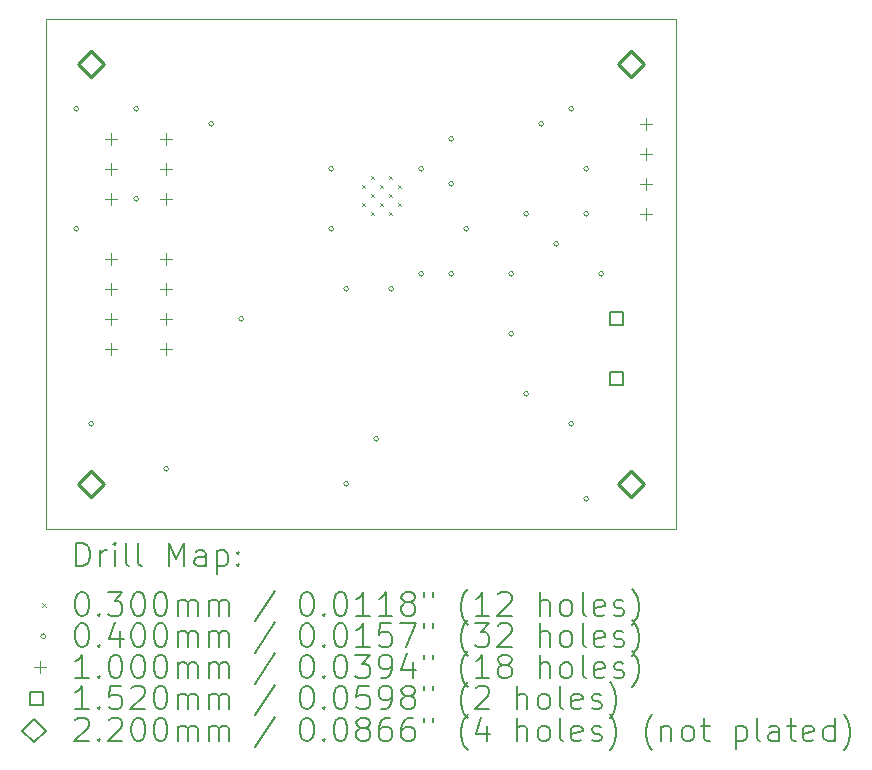
<source format=gbr>
%TF.GenerationSoftware,KiCad,Pcbnew,7.0.9*%
%TF.CreationDate,2024-03-12T16:06:59+01:00*%
%TF.ProjectId,soil_moister_air,736f696c-5f6d-46f6-9973-7465725f6169,rev?*%
%TF.SameCoordinates,Original*%
%TF.FileFunction,Drillmap*%
%TF.FilePolarity,Positive*%
%FSLAX45Y45*%
G04 Gerber Fmt 4.5, Leading zero omitted, Abs format (unit mm)*
G04 Created by KiCad (PCBNEW 7.0.9) date 2024-03-12 16:06:59*
%MOMM*%
%LPD*%
G01*
G04 APERTURE LIST*
%ADD10C,0.100000*%
%ADD11C,0.200000*%
%ADD12C,0.152000*%
%ADD13C,0.220000*%
G04 APERTURE END LIST*
D10*
X11303000Y-7747000D02*
X16637000Y-7747000D01*
X16637000Y-12065000D01*
X11303000Y-12065000D01*
X11303000Y-7747000D01*
D11*
D10*
X13974500Y-9151750D02*
X14004500Y-9181750D01*
X14004500Y-9151750D02*
X13974500Y-9181750D01*
X13974500Y-9304250D02*
X14004500Y-9334250D01*
X14004500Y-9304250D02*
X13974500Y-9334250D01*
X14050750Y-9075500D02*
X14080750Y-9105500D01*
X14080750Y-9075500D02*
X14050750Y-9105500D01*
X14050750Y-9228000D02*
X14080750Y-9258000D01*
X14080750Y-9228000D02*
X14050750Y-9258000D01*
X14050750Y-9380500D02*
X14080750Y-9410500D01*
X14080750Y-9380500D02*
X14050750Y-9410500D01*
X14127000Y-9151750D02*
X14157000Y-9181750D01*
X14157000Y-9151750D02*
X14127000Y-9181750D01*
X14127000Y-9304250D02*
X14157000Y-9334250D01*
X14157000Y-9304250D02*
X14127000Y-9334250D01*
X14203250Y-9075500D02*
X14233250Y-9105500D01*
X14233250Y-9075500D02*
X14203250Y-9105500D01*
X14203250Y-9228000D02*
X14233250Y-9258000D01*
X14233250Y-9228000D02*
X14203250Y-9258000D01*
X14203250Y-9380500D02*
X14233250Y-9410500D01*
X14233250Y-9380500D02*
X14203250Y-9410500D01*
X14279500Y-9151750D02*
X14309500Y-9181750D01*
X14309500Y-9151750D02*
X14279500Y-9181750D01*
X14279500Y-9304250D02*
X14309500Y-9334250D01*
X14309500Y-9304250D02*
X14279500Y-9334250D01*
X11577000Y-8509000D02*
G75*
G03*
X11577000Y-8509000I-20000J0D01*
G01*
X11577000Y-9525000D02*
G75*
G03*
X11577000Y-9525000I-20000J0D01*
G01*
X11704000Y-11176000D02*
G75*
G03*
X11704000Y-11176000I-20000J0D01*
G01*
X12085000Y-8509000D02*
G75*
G03*
X12085000Y-8509000I-20000J0D01*
G01*
X12085000Y-9271000D02*
G75*
G03*
X12085000Y-9271000I-20000J0D01*
G01*
X12339000Y-11557000D02*
G75*
G03*
X12339000Y-11557000I-20000J0D01*
G01*
X12720000Y-8636000D02*
G75*
G03*
X12720000Y-8636000I-20000J0D01*
G01*
X12974000Y-10287000D02*
G75*
G03*
X12974000Y-10287000I-20000J0D01*
G01*
X13736000Y-9017000D02*
G75*
G03*
X13736000Y-9017000I-20000J0D01*
G01*
X13736000Y-9525000D02*
G75*
G03*
X13736000Y-9525000I-20000J0D01*
G01*
X13863000Y-10033000D02*
G75*
G03*
X13863000Y-10033000I-20000J0D01*
G01*
X13863000Y-11684000D02*
G75*
G03*
X13863000Y-11684000I-20000J0D01*
G01*
X14117000Y-11303000D02*
G75*
G03*
X14117000Y-11303000I-20000J0D01*
G01*
X14244000Y-10033000D02*
G75*
G03*
X14244000Y-10033000I-20000J0D01*
G01*
X14498000Y-9017000D02*
G75*
G03*
X14498000Y-9017000I-20000J0D01*
G01*
X14498000Y-9906000D02*
G75*
G03*
X14498000Y-9906000I-20000J0D01*
G01*
X14752000Y-8763000D02*
G75*
G03*
X14752000Y-8763000I-20000J0D01*
G01*
X14752000Y-9144000D02*
G75*
G03*
X14752000Y-9144000I-20000J0D01*
G01*
X14752000Y-9906000D02*
G75*
G03*
X14752000Y-9906000I-20000J0D01*
G01*
X14879000Y-9525000D02*
G75*
G03*
X14879000Y-9525000I-20000J0D01*
G01*
X15260000Y-9906000D02*
G75*
G03*
X15260000Y-9906000I-20000J0D01*
G01*
X15260000Y-10414000D02*
G75*
G03*
X15260000Y-10414000I-20000J0D01*
G01*
X15387000Y-9398000D02*
G75*
G03*
X15387000Y-9398000I-20000J0D01*
G01*
X15387000Y-10922000D02*
G75*
G03*
X15387000Y-10922000I-20000J0D01*
G01*
X15514000Y-8636000D02*
G75*
G03*
X15514000Y-8636000I-20000J0D01*
G01*
X15641000Y-9652000D02*
G75*
G03*
X15641000Y-9652000I-20000J0D01*
G01*
X15768000Y-8509000D02*
G75*
G03*
X15768000Y-8509000I-20000J0D01*
G01*
X15768000Y-11176000D02*
G75*
G03*
X15768000Y-11176000I-20000J0D01*
G01*
X15895000Y-9017000D02*
G75*
G03*
X15895000Y-9017000I-20000J0D01*
G01*
X15895000Y-9398000D02*
G75*
G03*
X15895000Y-9398000I-20000J0D01*
G01*
X15895000Y-11811000D02*
G75*
G03*
X15895000Y-11811000I-20000J0D01*
G01*
X16022000Y-9906000D02*
G75*
G03*
X16022000Y-9906000I-20000J0D01*
G01*
X11854000Y-8714500D02*
X11854000Y-8814500D01*
X11804000Y-8764500D02*
X11904000Y-8764500D01*
X11854000Y-8968500D02*
X11854000Y-9068500D01*
X11804000Y-9018500D02*
X11904000Y-9018500D01*
X11854000Y-9222500D02*
X11854000Y-9322500D01*
X11804000Y-9272500D02*
X11904000Y-9272500D01*
X11854000Y-9730000D02*
X11854000Y-9830000D01*
X11804000Y-9780000D02*
X11904000Y-9780000D01*
X11854000Y-9984000D02*
X11854000Y-10084000D01*
X11804000Y-10034000D02*
X11904000Y-10034000D01*
X11854000Y-10238000D02*
X11854000Y-10338000D01*
X11804000Y-10288000D02*
X11904000Y-10288000D01*
X11854000Y-10492000D02*
X11854000Y-10592000D01*
X11804000Y-10542000D02*
X11904000Y-10542000D01*
X12319000Y-8714500D02*
X12319000Y-8814500D01*
X12269000Y-8764500D02*
X12369000Y-8764500D01*
X12319000Y-8968500D02*
X12319000Y-9068500D01*
X12269000Y-9018500D02*
X12369000Y-9018500D01*
X12319000Y-9222500D02*
X12319000Y-9322500D01*
X12269000Y-9272500D02*
X12369000Y-9272500D01*
X12319000Y-9730000D02*
X12319000Y-9830000D01*
X12269000Y-9780000D02*
X12369000Y-9780000D01*
X12319000Y-9984000D02*
X12319000Y-10084000D01*
X12269000Y-10034000D02*
X12369000Y-10034000D01*
X12319000Y-10238000D02*
X12319000Y-10338000D01*
X12269000Y-10288000D02*
X12369000Y-10288000D01*
X12319000Y-10492000D02*
X12319000Y-10592000D01*
X12269000Y-10542000D02*
X12369000Y-10542000D01*
X16383000Y-8586000D02*
X16383000Y-8686000D01*
X16333000Y-8636000D02*
X16433000Y-8636000D01*
X16383000Y-8840000D02*
X16383000Y-8940000D01*
X16333000Y-8890000D02*
X16433000Y-8890000D01*
X16383000Y-9094000D02*
X16383000Y-9194000D01*
X16333000Y-9144000D02*
X16433000Y-9144000D01*
X16383000Y-9348000D02*
X16383000Y-9448000D01*
X16333000Y-9398000D02*
X16433000Y-9398000D01*
D12*
X16182741Y-10340741D02*
X16182741Y-10233259D01*
X16075259Y-10233259D01*
X16075259Y-10340741D01*
X16182741Y-10340741D01*
X16182741Y-10848741D02*
X16182741Y-10741259D01*
X16075259Y-10741259D01*
X16075259Y-10848741D01*
X16182741Y-10848741D01*
D13*
X11684000Y-8238000D02*
X11794000Y-8128000D01*
X11684000Y-8018000D01*
X11574000Y-8128000D01*
X11684000Y-8238000D01*
X11684000Y-11794000D02*
X11794000Y-11684000D01*
X11684000Y-11574000D01*
X11574000Y-11684000D01*
X11684000Y-11794000D01*
X16256000Y-8238000D02*
X16366000Y-8128000D01*
X16256000Y-8018000D01*
X16146000Y-8128000D01*
X16256000Y-8238000D01*
X16256000Y-11794000D02*
X16366000Y-11684000D01*
X16256000Y-11574000D01*
X16146000Y-11684000D01*
X16256000Y-11794000D01*
D11*
X11558777Y-12381484D02*
X11558777Y-12181484D01*
X11558777Y-12181484D02*
X11606396Y-12181484D01*
X11606396Y-12181484D02*
X11634967Y-12191008D01*
X11634967Y-12191008D02*
X11654015Y-12210055D01*
X11654015Y-12210055D02*
X11663539Y-12229103D01*
X11663539Y-12229103D02*
X11673062Y-12267198D01*
X11673062Y-12267198D02*
X11673062Y-12295769D01*
X11673062Y-12295769D02*
X11663539Y-12333865D01*
X11663539Y-12333865D02*
X11654015Y-12352912D01*
X11654015Y-12352912D02*
X11634967Y-12371960D01*
X11634967Y-12371960D02*
X11606396Y-12381484D01*
X11606396Y-12381484D02*
X11558777Y-12381484D01*
X11758777Y-12381484D02*
X11758777Y-12248150D01*
X11758777Y-12286246D02*
X11768301Y-12267198D01*
X11768301Y-12267198D02*
X11777824Y-12257674D01*
X11777824Y-12257674D02*
X11796872Y-12248150D01*
X11796872Y-12248150D02*
X11815920Y-12248150D01*
X11882586Y-12381484D02*
X11882586Y-12248150D01*
X11882586Y-12181484D02*
X11873062Y-12191008D01*
X11873062Y-12191008D02*
X11882586Y-12200531D01*
X11882586Y-12200531D02*
X11892110Y-12191008D01*
X11892110Y-12191008D02*
X11882586Y-12181484D01*
X11882586Y-12181484D02*
X11882586Y-12200531D01*
X12006396Y-12381484D02*
X11987348Y-12371960D01*
X11987348Y-12371960D02*
X11977824Y-12352912D01*
X11977824Y-12352912D02*
X11977824Y-12181484D01*
X12111158Y-12381484D02*
X12092110Y-12371960D01*
X12092110Y-12371960D02*
X12082586Y-12352912D01*
X12082586Y-12352912D02*
X12082586Y-12181484D01*
X12339729Y-12381484D02*
X12339729Y-12181484D01*
X12339729Y-12181484D02*
X12406396Y-12324341D01*
X12406396Y-12324341D02*
X12473062Y-12181484D01*
X12473062Y-12181484D02*
X12473062Y-12381484D01*
X12654015Y-12381484D02*
X12654015Y-12276722D01*
X12654015Y-12276722D02*
X12644491Y-12257674D01*
X12644491Y-12257674D02*
X12625443Y-12248150D01*
X12625443Y-12248150D02*
X12587348Y-12248150D01*
X12587348Y-12248150D02*
X12568301Y-12257674D01*
X12654015Y-12371960D02*
X12634967Y-12381484D01*
X12634967Y-12381484D02*
X12587348Y-12381484D01*
X12587348Y-12381484D02*
X12568301Y-12371960D01*
X12568301Y-12371960D02*
X12558777Y-12352912D01*
X12558777Y-12352912D02*
X12558777Y-12333865D01*
X12558777Y-12333865D02*
X12568301Y-12314817D01*
X12568301Y-12314817D02*
X12587348Y-12305293D01*
X12587348Y-12305293D02*
X12634967Y-12305293D01*
X12634967Y-12305293D02*
X12654015Y-12295769D01*
X12749253Y-12248150D02*
X12749253Y-12448150D01*
X12749253Y-12257674D02*
X12768301Y-12248150D01*
X12768301Y-12248150D02*
X12806396Y-12248150D01*
X12806396Y-12248150D02*
X12825443Y-12257674D01*
X12825443Y-12257674D02*
X12834967Y-12267198D01*
X12834967Y-12267198D02*
X12844491Y-12286246D01*
X12844491Y-12286246D02*
X12844491Y-12343388D01*
X12844491Y-12343388D02*
X12834967Y-12362436D01*
X12834967Y-12362436D02*
X12825443Y-12371960D01*
X12825443Y-12371960D02*
X12806396Y-12381484D01*
X12806396Y-12381484D02*
X12768301Y-12381484D01*
X12768301Y-12381484D02*
X12749253Y-12371960D01*
X12930205Y-12362436D02*
X12939729Y-12371960D01*
X12939729Y-12371960D02*
X12930205Y-12381484D01*
X12930205Y-12381484D02*
X12920682Y-12371960D01*
X12920682Y-12371960D02*
X12930205Y-12362436D01*
X12930205Y-12362436D02*
X12930205Y-12381484D01*
X12930205Y-12257674D02*
X12939729Y-12267198D01*
X12939729Y-12267198D02*
X12930205Y-12276722D01*
X12930205Y-12276722D02*
X12920682Y-12267198D01*
X12920682Y-12267198D02*
X12930205Y-12257674D01*
X12930205Y-12257674D02*
X12930205Y-12276722D01*
D10*
X11268000Y-12695000D02*
X11298000Y-12725000D01*
X11298000Y-12695000D02*
X11268000Y-12725000D01*
D11*
X11596872Y-12601484D02*
X11615920Y-12601484D01*
X11615920Y-12601484D02*
X11634967Y-12611008D01*
X11634967Y-12611008D02*
X11644491Y-12620531D01*
X11644491Y-12620531D02*
X11654015Y-12639579D01*
X11654015Y-12639579D02*
X11663539Y-12677674D01*
X11663539Y-12677674D02*
X11663539Y-12725293D01*
X11663539Y-12725293D02*
X11654015Y-12763388D01*
X11654015Y-12763388D02*
X11644491Y-12782436D01*
X11644491Y-12782436D02*
X11634967Y-12791960D01*
X11634967Y-12791960D02*
X11615920Y-12801484D01*
X11615920Y-12801484D02*
X11596872Y-12801484D01*
X11596872Y-12801484D02*
X11577824Y-12791960D01*
X11577824Y-12791960D02*
X11568301Y-12782436D01*
X11568301Y-12782436D02*
X11558777Y-12763388D01*
X11558777Y-12763388D02*
X11549253Y-12725293D01*
X11549253Y-12725293D02*
X11549253Y-12677674D01*
X11549253Y-12677674D02*
X11558777Y-12639579D01*
X11558777Y-12639579D02*
X11568301Y-12620531D01*
X11568301Y-12620531D02*
X11577824Y-12611008D01*
X11577824Y-12611008D02*
X11596872Y-12601484D01*
X11749253Y-12782436D02*
X11758777Y-12791960D01*
X11758777Y-12791960D02*
X11749253Y-12801484D01*
X11749253Y-12801484D02*
X11739729Y-12791960D01*
X11739729Y-12791960D02*
X11749253Y-12782436D01*
X11749253Y-12782436D02*
X11749253Y-12801484D01*
X11825443Y-12601484D02*
X11949253Y-12601484D01*
X11949253Y-12601484D02*
X11882586Y-12677674D01*
X11882586Y-12677674D02*
X11911158Y-12677674D01*
X11911158Y-12677674D02*
X11930205Y-12687198D01*
X11930205Y-12687198D02*
X11939729Y-12696722D01*
X11939729Y-12696722D02*
X11949253Y-12715769D01*
X11949253Y-12715769D02*
X11949253Y-12763388D01*
X11949253Y-12763388D02*
X11939729Y-12782436D01*
X11939729Y-12782436D02*
X11930205Y-12791960D01*
X11930205Y-12791960D02*
X11911158Y-12801484D01*
X11911158Y-12801484D02*
X11854015Y-12801484D01*
X11854015Y-12801484D02*
X11834967Y-12791960D01*
X11834967Y-12791960D02*
X11825443Y-12782436D01*
X12073062Y-12601484D02*
X12092110Y-12601484D01*
X12092110Y-12601484D02*
X12111158Y-12611008D01*
X12111158Y-12611008D02*
X12120682Y-12620531D01*
X12120682Y-12620531D02*
X12130205Y-12639579D01*
X12130205Y-12639579D02*
X12139729Y-12677674D01*
X12139729Y-12677674D02*
X12139729Y-12725293D01*
X12139729Y-12725293D02*
X12130205Y-12763388D01*
X12130205Y-12763388D02*
X12120682Y-12782436D01*
X12120682Y-12782436D02*
X12111158Y-12791960D01*
X12111158Y-12791960D02*
X12092110Y-12801484D01*
X12092110Y-12801484D02*
X12073062Y-12801484D01*
X12073062Y-12801484D02*
X12054015Y-12791960D01*
X12054015Y-12791960D02*
X12044491Y-12782436D01*
X12044491Y-12782436D02*
X12034967Y-12763388D01*
X12034967Y-12763388D02*
X12025443Y-12725293D01*
X12025443Y-12725293D02*
X12025443Y-12677674D01*
X12025443Y-12677674D02*
X12034967Y-12639579D01*
X12034967Y-12639579D02*
X12044491Y-12620531D01*
X12044491Y-12620531D02*
X12054015Y-12611008D01*
X12054015Y-12611008D02*
X12073062Y-12601484D01*
X12263539Y-12601484D02*
X12282586Y-12601484D01*
X12282586Y-12601484D02*
X12301634Y-12611008D01*
X12301634Y-12611008D02*
X12311158Y-12620531D01*
X12311158Y-12620531D02*
X12320682Y-12639579D01*
X12320682Y-12639579D02*
X12330205Y-12677674D01*
X12330205Y-12677674D02*
X12330205Y-12725293D01*
X12330205Y-12725293D02*
X12320682Y-12763388D01*
X12320682Y-12763388D02*
X12311158Y-12782436D01*
X12311158Y-12782436D02*
X12301634Y-12791960D01*
X12301634Y-12791960D02*
X12282586Y-12801484D01*
X12282586Y-12801484D02*
X12263539Y-12801484D01*
X12263539Y-12801484D02*
X12244491Y-12791960D01*
X12244491Y-12791960D02*
X12234967Y-12782436D01*
X12234967Y-12782436D02*
X12225443Y-12763388D01*
X12225443Y-12763388D02*
X12215920Y-12725293D01*
X12215920Y-12725293D02*
X12215920Y-12677674D01*
X12215920Y-12677674D02*
X12225443Y-12639579D01*
X12225443Y-12639579D02*
X12234967Y-12620531D01*
X12234967Y-12620531D02*
X12244491Y-12611008D01*
X12244491Y-12611008D02*
X12263539Y-12601484D01*
X12415920Y-12801484D02*
X12415920Y-12668150D01*
X12415920Y-12687198D02*
X12425443Y-12677674D01*
X12425443Y-12677674D02*
X12444491Y-12668150D01*
X12444491Y-12668150D02*
X12473063Y-12668150D01*
X12473063Y-12668150D02*
X12492110Y-12677674D01*
X12492110Y-12677674D02*
X12501634Y-12696722D01*
X12501634Y-12696722D02*
X12501634Y-12801484D01*
X12501634Y-12696722D02*
X12511158Y-12677674D01*
X12511158Y-12677674D02*
X12530205Y-12668150D01*
X12530205Y-12668150D02*
X12558777Y-12668150D01*
X12558777Y-12668150D02*
X12577824Y-12677674D01*
X12577824Y-12677674D02*
X12587348Y-12696722D01*
X12587348Y-12696722D02*
X12587348Y-12801484D01*
X12682586Y-12801484D02*
X12682586Y-12668150D01*
X12682586Y-12687198D02*
X12692110Y-12677674D01*
X12692110Y-12677674D02*
X12711158Y-12668150D01*
X12711158Y-12668150D02*
X12739729Y-12668150D01*
X12739729Y-12668150D02*
X12758777Y-12677674D01*
X12758777Y-12677674D02*
X12768301Y-12696722D01*
X12768301Y-12696722D02*
X12768301Y-12801484D01*
X12768301Y-12696722D02*
X12777824Y-12677674D01*
X12777824Y-12677674D02*
X12796872Y-12668150D01*
X12796872Y-12668150D02*
X12825443Y-12668150D01*
X12825443Y-12668150D02*
X12844491Y-12677674D01*
X12844491Y-12677674D02*
X12854015Y-12696722D01*
X12854015Y-12696722D02*
X12854015Y-12801484D01*
X13244491Y-12591960D02*
X13073063Y-12849103D01*
X13501634Y-12601484D02*
X13520682Y-12601484D01*
X13520682Y-12601484D02*
X13539729Y-12611008D01*
X13539729Y-12611008D02*
X13549253Y-12620531D01*
X13549253Y-12620531D02*
X13558777Y-12639579D01*
X13558777Y-12639579D02*
X13568301Y-12677674D01*
X13568301Y-12677674D02*
X13568301Y-12725293D01*
X13568301Y-12725293D02*
X13558777Y-12763388D01*
X13558777Y-12763388D02*
X13549253Y-12782436D01*
X13549253Y-12782436D02*
X13539729Y-12791960D01*
X13539729Y-12791960D02*
X13520682Y-12801484D01*
X13520682Y-12801484D02*
X13501634Y-12801484D01*
X13501634Y-12801484D02*
X13482586Y-12791960D01*
X13482586Y-12791960D02*
X13473063Y-12782436D01*
X13473063Y-12782436D02*
X13463539Y-12763388D01*
X13463539Y-12763388D02*
X13454015Y-12725293D01*
X13454015Y-12725293D02*
X13454015Y-12677674D01*
X13454015Y-12677674D02*
X13463539Y-12639579D01*
X13463539Y-12639579D02*
X13473063Y-12620531D01*
X13473063Y-12620531D02*
X13482586Y-12611008D01*
X13482586Y-12611008D02*
X13501634Y-12601484D01*
X13654015Y-12782436D02*
X13663539Y-12791960D01*
X13663539Y-12791960D02*
X13654015Y-12801484D01*
X13654015Y-12801484D02*
X13644491Y-12791960D01*
X13644491Y-12791960D02*
X13654015Y-12782436D01*
X13654015Y-12782436D02*
X13654015Y-12801484D01*
X13787348Y-12601484D02*
X13806396Y-12601484D01*
X13806396Y-12601484D02*
X13825444Y-12611008D01*
X13825444Y-12611008D02*
X13834967Y-12620531D01*
X13834967Y-12620531D02*
X13844491Y-12639579D01*
X13844491Y-12639579D02*
X13854015Y-12677674D01*
X13854015Y-12677674D02*
X13854015Y-12725293D01*
X13854015Y-12725293D02*
X13844491Y-12763388D01*
X13844491Y-12763388D02*
X13834967Y-12782436D01*
X13834967Y-12782436D02*
X13825444Y-12791960D01*
X13825444Y-12791960D02*
X13806396Y-12801484D01*
X13806396Y-12801484D02*
X13787348Y-12801484D01*
X13787348Y-12801484D02*
X13768301Y-12791960D01*
X13768301Y-12791960D02*
X13758777Y-12782436D01*
X13758777Y-12782436D02*
X13749253Y-12763388D01*
X13749253Y-12763388D02*
X13739729Y-12725293D01*
X13739729Y-12725293D02*
X13739729Y-12677674D01*
X13739729Y-12677674D02*
X13749253Y-12639579D01*
X13749253Y-12639579D02*
X13758777Y-12620531D01*
X13758777Y-12620531D02*
X13768301Y-12611008D01*
X13768301Y-12611008D02*
X13787348Y-12601484D01*
X14044491Y-12801484D02*
X13930206Y-12801484D01*
X13987348Y-12801484D02*
X13987348Y-12601484D01*
X13987348Y-12601484D02*
X13968301Y-12630055D01*
X13968301Y-12630055D02*
X13949253Y-12649103D01*
X13949253Y-12649103D02*
X13930206Y-12658627D01*
X14234967Y-12801484D02*
X14120682Y-12801484D01*
X14177825Y-12801484D02*
X14177825Y-12601484D01*
X14177825Y-12601484D02*
X14158777Y-12630055D01*
X14158777Y-12630055D02*
X14139729Y-12649103D01*
X14139729Y-12649103D02*
X14120682Y-12658627D01*
X14349253Y-12687198D02*
X14330206Y-12677674D01*
X14330206Y-12677674D02*
X14320682Y-12668150D01*
X14320682Y-12668150D02*
X14311158Y-12649103D01*
X14311158Y-12649103D02*
X14311158Y-12639579D01*
X14311158Y-12639579D02*
X14320682Y-12620531D01*
X14320682Y-12620531D02*
X14330206Y-12611008D01*
X14330206Y-12611008D02*
X14349253Y-12601484D01*
X14349253Y-12601484D02*
X14387348Y-12601484D01*
X14387348Y-12601484D02*
X14406396Y-12611008D01*
X14406396Y-12611008D02*
X14415920Y-12620531D01*
X14415920Y-12620531D02*
X14425444Y-12639579D01*
X14425444Y-12639579D02*
X14425444Y-12649103D01*
X14425444Y-12649103D02*
X14415920Y-12668150D01*
X14415920Y-12668150D02*
X14406396Y-12677674D01*
X14406396Y-12677674D02*
X14387348Y-12687198D01*
X14387348Y-12687198D02*
X14349253Y-12687198D01*
X14349253Y-12687198D02*
X14330206Y-12696722D01*
X14330206Y-12696722D02*
X14320682Y-12706246D01*
X14320682Y-12706246D02*
X14311158Y-12725293D01*
X14311158Y-12725293D02*
X14311158Y-12763388D01*
X14311158Y-12763388D02*
X14320682Y-12782436D01*
X14320682Y-12782436D02*
X14330206Y-12791960D01*
X14330206Y-12791960D02*
X14349253Y-12801484D01*
X14349253Y-12801484D02*
X14387348Y-12801484D01*
X14387348Y-12801484D02*
X14406396Y-12791960D01*
X14406396Y-12791960D02*
X14415920Y-12782436D01*
X14415920Y-12782436D02*
X14425444Y-12763388D01*
X14425444Y-12763388D02*
X14425444Y-12725293D01*
X14425444Y-12725293D02*
X14415920Y-12706246D01*
X14415920Y-12706246D02*
X14406396Y-12696722D01*
X14406396Y-12696722D02*
X14387348Y-12687198D01*
X14501634Y-12601484D02*
X14501634Y-12639579D01*
X14577825Y-12601484D02*
X14577825Y-12639579D01*
X14873063Y-12877674D02*
X14863539Y-12868150D01*
X14863539Y-12868150D02*
X14844491Y-12839579D01*
X14844491Y-12839579D02*
X14834968Y-12820531D01*
X14834968Y-12820531D02*
X14825444Y-12791960D01*
X14825444Y-12791960D02*
X14815920Y-12744341D01*
X14815920Y-12744341D02*
X14815920Y-12706246D01*
X14815920Y-12706246D02*
X14825444Y-12658627D01*
X14825444Y-12658627D02*
X14834968Y-12630055D01*
X14834968Y-12630055D02*
X14844491Y-12611008D01*
X14844491Y-12611008D02*
X14863539Y-12582436D01*
X14863539Y-12582436D02*
X14873063Y-12572912D01*
X15054015Y-12801484D02*
X14939729Y-12801484D01*
X14996872Y-12801484D02*
X14996872Y-12601484D01*
X14996872Y-12601484D02*
X14977825Y-12630055D01*
X14977825Y-12630055D02*
X14958777Y-12649103D01*
X14958777Y-12649103D02*
X14939729Y-12658627D01*
X15130206Y-12620531D02*
X15139729Y-12611008D01*
X15139729Y-12611008D02*
X15158777Y-12601484D01*
X15158777Y-12601484D02*
X15206396Y-12601484D01*
X15206396Y-12601484D02*
X15225444Y-12611008D01*
X15225444Y-12611008D02*
X15234968Y-12620531D01*
X15234968Y-12620531D02*
X15244491Y-12639579D01*
X15244491Y-12639579D02*
X15244491Y-12658627D01*
X15244491Y-12658627D02*
X15234968Y-12687198D01*
X15234968Y-12687198D02*
X15120682Y-12801484D01*
X15120682Y-12801484D02*
X15244491Y-12801484D01*
X15482587Y-12801484D02*
X15482587Y-12601484D01*
X15568301Y-12801484D02*
X15568301Y-12696722D01*
X15568301Y-12696722D02*
X15558777Y-12677674D01*
X15558777Y-12677674D02*
X15539730Y-12668150D01*
X15539730Y-12668150D02*
X15511158Y-12668150D01*
X15511158Y-12668150D02*
X15492110Y-12677674D01*
X15492110Y-12677674D02*
X15482587Y-12687198D01*
X15692110Y-12801484D02*
X15673063Y-12791960D01*
X15673063Y-12791960D02*
X15663539Y-12782436D01*
X15663539Y-12782436D02*
X15654015Y-12763388D01*
X15654015Y-12763388D02*
X15654015Y-12706246D01*
X15654015Y-12706246D02*
X15663539Y-12687198D01*
X15663539Y-12687198D02*
X15673063Y-12677674D01*
X15673063Y-12677674D02*
X15692110Y-12668150D01*
X15692110Y-12668150D02*
X15720682Y-12668150D01*
X15720682Y-12668150D02*
X15739730Y-12677674D01*
X15739730Y-12677674D02*
X15749253Y-12687198D01*
X15749253Y-12687198D02*
X15758777Y-12706246D01*
X15758777Y-12706246D02*
X15758777Y-12763388D01*
X15758777Y-12763388D02*
X15749253Y-12782436D01*
X15749253Y-12782436D02*
X15739730Y-12791960D01*
X15739730Y-12791960D02*
X15720682Y-12801484D01*
X15720682Y-12801484D02*
X15692110Y-12801484D01*
X15873063Y-12801484D02*
X15854015Y-12791960D01*
X15854015Y-12791960D02*
X15844491Y-12772912D01*
X15844491Y-12772912D02*
X15844491Y-12601484D01*
X16025444Y-12791960D02*
X16006396Y-12801484D01*
X16006396Y-12801484D02*
X15968301Y-12801484D01*
X15968301Y-12801484D02*
X15949253Y-12791960D01*
X15949253Y-12791960D02*
X15939730Y-12772912D01*
X15939730Y-12772912D02*
X15939730Y-12696722D01*
X15939730Y-12696722D02*
X15949253Y-12677674D01*
X15949253Y-12677674D02*
X15968301Y-12668150D01*
X15968301Y-12668150D02*
X16006396Y-12668150D01*
X16006396Y-12668150D02*
X16025444Y-12677674D01*
X16025444Y-12677674D02*
X16034968Y-12696722D01*
X16034968Y-12696722D02*
X16034968Y-12715769D01*
X16034968Y-12715769D02*
X15939730Y-12734817D01*
X16111158Y-12791960D02*
X16130206Y-12801484D01*
X16130206Y-12801484D02*
X16168301Y-12801484D01*
X16168301Y-12801484D02*
X16187349Y-12791960D01*
X16187349Y-12791960D02*
X16196872Y-12772912D01*
X16196872Y-12772912D02*
X16196872Y-12763388D01*
X16196872Y-12763388D02*
X16187349Y-12744341D01*
X16187349Y-12744341D02*
X16168301Y-12734817D01*
X16168301Y-12734817D02*
X16139730Y-12734817D01*
X16139730Y-12734817D02*
X16120682Y-12725293D01*
X16120682Y-12725293D02*
X16111158Y-12706246D01*
X16111158Y-12706246D02*
X16111158Y-12696722D01*
X16111158Y-12696722D02*
X16120682Y-12677674D01*
X16120682Y-12677674D02*
X16139730Y-12668150D01*
X16139730Y-12668150D02*
X16168301Y-12668150D01*
X16168301Y-12668150D02*
X16187349Y-12677674D01*
X16263539Y-12877674D02*
X16273063Y-12868150D01*
X16273063Y-12868150D02*
X16292111Y-12839579D01*
X16292111Y-12839579D02*
X16301634Y-12820531D01*
X16301634Y-12820531D02*
X16311158Y-12791960D01*
X16311158Y-12791960D02*
X16320682Y-12744341D01*
X16320682Y-12744341D02*
X16320682Y-12706246D01*
X16320682Y-12706246D02*
X16311158Y-12658627D01*
X16311158Y-12658627D02*
X16301634Y-12630055D01*
X16301634Y-12630055D02*
X16292111Y-12611008D01*
X16292111Y-12611008D02*
X16273063Y-12582436D01*
X16273063Y-12582436D02*
X16263539Y-12572912D01*
D10*
X11298000Y-12974000D02*
G75*
G03*
X11298000Y-12974000I-20000J0D01*
G01*
D11*
X11596872Y-12865484D02*
X11615920Y-12865484D01*
X11615920Y-12865484D02*
X11634967Y-12875008D01*
X11634967Y-12875008D02*
X11644491Y-12884531D01*
X11644491Y-12884531D02*
X11654015Y-12903579D01*
X11654015Y-12903579D02*
X11663539Y-12941674D01*
X11663539Y-12941674D02*
X11663539Y-12989293D01*
X11663539Y-12989293D02*
X11654015Y-13027388D01*
X11654015Y-13027388D02*
X11644491Y-13046436D01*
X11644491Y-13046436D02*
X11634967Y-13055960D01*
X11634967Y-13055960D02*
X11615920Y-13065484D01*
X11615920Y-13065484D02*
X11596872Y-13065484D01*
X11596872Y-13065484D02*
X11577824Y-13055960D01*
X11577824Y-13055960D02*
X11568301Y-13046436D01*
X11568301Y-13046436D02*
X11558777Y-13027388D01*
X11558777Y-13027388D02*
X11549253Y-12989293D01*
X11549253Y-12989293D02*
X11549253Y-12941674D01*
X11549253Y-12941674D02*
X11558777Y-12903579D01*
X11558777Y-12903579D02*
X11568301Y-12884531D01*
X11568301Y-12884531D02*
X11577824Y-12875008D01*
X11577824Y-12875008D02*
X11596872Y-12865484D01*
X11749253Y-13046436D02*
X11758777Y-13055960D01*
X11758777Y-13055960D02*
X11749253Y-13065484D01*
X11749253Y-13065484D02*
X11739729Y-13055960D01*
X11739729Y-13055960D02*
X11749253Y-13046436D01*
X11749253Y-13046436D02*
X11749253Y-13065484D01*
X11930205Y-12932150D02*
X11930205Y-13065484D01*
X11882586Y-12855960D02*
X11834967Y-12998817D01*
X11834967Y-12998817D02*
X11958777Y-12998817D01*
X12073062Y-12865484D02*
X12092110Y-12865484D01*
X12092110Y-12865484D02*
X12111158Y-12875008D01*
X12111158Y-12875008D02*
X12120682Y-12884531D01*
X12120682Y-12884531D02*
X12130205Y-12903579D01*
X12130205Y-12903579D02*
X12139729Y-12941674D01*
X12139729Y-12941674D02*
X12139729Y-12989293D01*
X12139729Y-12989293D02*
X12130205Y-13027388D01*
X12130205Y-13027388D02*
X12120682Y-13046436D01*
X12120682Y-13046436D02*
X12111158Y-13055960D01*
X12111158Y-13055960D02*
X12092110Y-13065484D01*
X12092110Y-13065484D02*
X12073062Y-13065484D01*
X12073062Y-13065484D02*
X12054015Y-13055960D01*
X12054015Y-13055960D02*
X12044491Y-13046436D01*
X12044491Y-13046436D02*
X12034967Y-13027388D01*
X12034967Y-13027388D02*
X12025443Y-12989293D01*
X12025443Y-12989293D02*
X12025443Y-12941674D01*
X12025443Y-12941674D02*
X12034967Y-12903579D01*
X12034967Y-12903579D02*
X12044491Y-12884531D01*
X12044491Y-12884531D02*
X12054015Y-12875008D01*
X12054015Y-12875008D02*
X12073062Y-12865484D01*
X12263539Y-12865484D02*
X12282586Y-12865484D01*
X12282586Y-12865484D02*
X12301634Y-12875008D01*
X12301634Y-12875008D02*
X12311158Y-12884531D01*
X12311158Y-12884531D02*
X12320682Y-12903579D01*
X12320682Y-12903579D02*
X12330205Y-12941674D01*
X12330205Y-12941674D02*
X12330205Y-12989293D01*
X12330205Y-12989293D02*
X12320682Y-13027388D01*
X12320682Y-13027388D02*
X12311158Y-13046436D01*
X12311158Y-13046436D02*
X12301634Y-13055960D01*
X12301634Y-13055960D02*
X12282586Y-13065484D01*
X12282586Y-13065484D02*
X12263539Y-13065484D01*
X12263539Y-13065484D02*
X12244491Y-13055960D01*
X12244491Y-13055960D02*
X12234967Y-13046436D01*
X12234967Y-13046436D02*
X12225443Y-13027388D01*
X12225443Y-13027388D02*
X12215920Y-12989293D01*
X12215920Y-12989293D02*
X12215920Y-12941674D01*
X12215920Y-12941674D02*
X12225443Y-12903579D01*
X12225443Y-12903579D02*
X12234967Y-12884531D01*
X12234967Y-12884531D02*
X12244491Y-12875008D01*
X12244491Y-12875008D02*
X12263539Y-12865484D01*
X12415920Y-13065484D02*
X12415920Y-12932150D01*
X12415920Y-12951198D02*
X12425443Y-12941674D01*
X12425443Y-12941674D02*
X12444491Y-12932150D01*
X12444491Y-12932150D02*
X12473063Y-12932150D01*
X12473063Y-12932150D02*
X12492110Y-12941674D01*
X12492110Y-12941674D02*
X12501634Y-12960722D01*
X12501634Y-12960722D02*
X12501634Y-13065484D01*
X12501634Y-12960722D02*
X12511158Y-12941674D01*
X12511158Y-12941674D02*
X12530205Y-12932150D01*
X12530205Y-12932150D02*
X12558777Y-12932150D01*
X12558777Y-12932150D02*
X12577824Y-12941674D01*
X12577824Y-12941674D02*
X12587348Y-12960722D01*
X12587348Y-12960722D02*
X12587348Y-13065484D01*
X12682586Y-13065484D02*
X12682586Y-12932150D01*
X12682586Y-12951198D02*
X12692110Y-12941674D01*
X12692110Y-12941674D02*
X12711158Y-12932150D01*
X12711158Y-12932150D02*
X12739729Y-12932150D01*
X12739729Y-12932150D02*
X12758777Y-12941674D01*
X12758777Y-12941674D02*
X12768301Y-12960722D01*
X12768301Y-12960722D02*
X12768301Y-13065484D01*
X12768301Y-12960722D02*
X12777824Y-12941674D01*
X12777824Y-12941674D02*
X12796872Y-12932150D01*
X12796872Y-12932150D02*
X12825443Y-12932150D01*
X12825443Y-12932150D02*
X12844491Y-12941674D01*
X12844491Y-12941674D02*
X12854015Y-12960722D01*
X12854015Y-12960722D02*
X12854015Y-13065484D01*
X13244491Y-12855960D02*
X13073063Y-13113103D01*
X13501634Y-12865484D02*
X13520682Y-12865484D01*
X13520682Y-12865484D02*
X13539729Y-12875008D01*
X13539729Y-12875008D02*
X13549253Y-12884531D01*
X13549253Y-12884531D02*
X13558777Y-12903579D01*
X13558777Y-12903579D02*
X13568301Y-12941674D01*
X13568301Y-12941674D02*
X13568301Y-12989293D01*
X13568301Y-12989293D02*
X13558777Y-13027388D01*
X13558777Y-13027388D02*
X13549253Y-13046436D01*
X13549253Y-13046436D02*
X13539729Y-13055960D01*
X13539729Y-13055960D02*
X13520682Y-13065484D01*
X13520682Y-13065484D02*
X13501634Y-13065484D01*
X13501634Y-13065484D02*
X13482586Y-13055960D01*
X13482586Y-13055960D02*
X13473063Y-13046436D01*
X13473063Y-13046436D02*
X13463539Y-13027388D01*
X13463539Y-13027388D02*
X13454015Y-12989293D01*
X13454015Y-12989293D02*
X13454015Y-12941674D01*
X13454015Y-12941674D02*
X13463539Y-12903579D01*
X13463539Y-12903579D02*
X13473063Y-12884531D01*
X13473063Y-12884531D02*
X13482586Y-12875008D01*
X13482586Y-12875008D02*
X13501634Y-12865484D01*
X13654015Y-13046436D02*
X13663539Y-13055960D01*
X13663539Y-13055960D02*
X13654015Y-13065484D01*
X13654015Y-13065484D02*
X13644491Y-13055960D01*
X13644491Y-13055960D02*
X13654015Y-13046436D01*
X13654015Y-13046436D02*
X13654015Y-13065484D01*
X13787348Y-12865484D02*
X13806396Y-12865484D01*
X13806396Y-12865484D02*
X13825444Y-12875008D01*
X13825444Y-12875008D02*
X13834967Y-12884531D01*
X13834967Y-12884531D02*
X13844491Y-12903579D01*
X13844491Y-12903579D02*
X13854015Y-12941674D01*
X13854015Y-12941674D02*
X13854015Y-12989293D01*
X13854015Y-12989293D02*
X13844491Y-13027388D01*
X13844491Y-13027388D02*
X13834967Y-13046436D01*
X13834967Y-13046436D02*
X13825444Y-13055960D01*
X13825444Y-13055960D02*
X13806396Y-13065484D01*
X13806396Y-13065484D02*
X13787348Y-13065484D01*
X13787348Y-13065484D02*
X13768301Y-13055960D01*
X13768301Y-13055960D02*
X13758777Y-13046436D01*
X13758777Y-13046436D02*
X13749253Y-13027388D01*
X13749253Y-13027388D02*
X13739729Y-12989293D01*
X13739729Y-12989293D02*
X13739729Y-12941674D01*
X13739729Y-12941674D02*
X13749253Y-12903579D01*
X13749253Y-12903579D02*
X13758777Y-12884531D01*
X13758777Y-12884531D02*
X13768301Y-12875008D01*
X13768301Y-12875008D02*
X13787348Y-12865484D01*
X14044491Y-13065484D02*
X13930206Y-13065484D01*
X13987348Y-13065484D02*
X13987348Y-12865484D01*
X13987348Y-12865484D02*
X13968301Y-12894055D01*
X13968301Y-12894055D02*
X13949253Y-12913103D01*
X13949253Y-12913103D02*
X13930206Y-12922627D01*
X14225444Y-12865484D02*
X14130206Y-12865484D01*
X14130206Y-12865484D02*
X14120682Y-12960722D01*
X14120682Y-12960722D02*
X14130206Y-12951198D01*
X14130206Y-12951198D02*
X14149253Y-12941674D01*
X14149253Y-12941674D02*
X14196872Y-12941674D01*
X14196872Y-12941674D02*
X14215920Y-12951198D01*
X14215920Y-12951198D02*
X14225444Y-12960722D01*
X14225444Y-12960722D02*
X14234967Y-12979769D01*
X14234967Y-12979769D02*
X14234967Y-13027388D01*
X14234967Y-13027388D02*
X14225444Y-13046436D01*
X14225444Y-13046436D02*
X14215920Y-13055960D01*
X14215920Y-13055960D02*
X14196872Y-13065484D01*
X14196872Y-13065484D02*
X14149253Y-13065484D01*
X14149253Y-13065484D02*
X14130206Y-13055960D01*
X14130206Y-13055960D02*
X14120682Y-13046436D01*
X14301634Y-12865484D02*
X14434967Y-12865484D01*
X14434967Y-12865484D02*
X14349253Y-13065484D01*
X14501634Y-12865484D02*
X14501634Y-12903579D01*
X14577825Y-12865484D02*
X14577825Y-12903579D01*
X14873063Y-13141674D02*
X14863539Y-13132150D01*
X14863539Y-13132150D02*
X14844491Y-13103579D01*
X14844491Y-13103579D02*
X14834968Y-13084531D01*
X14834968Y-13084531D02*
X14825444Y-13055960D01*
X14825444Y-13055960D02*
X14815920Y-13008341D01*
X14815920Y-13008341D02*
X14815920Y-12970246D01*
X14815920Y-12970246D02*
X14825444Y-12922627D01*
X14825444Y-12922627D02*
X14834968Y-12894055D01*
X14834968Y-12894055D02*
X14844491Y-12875008D01*
X14844491Y-12875008D02*
X14863539Y-12846436D01*
X14863539Y-12846436D02*
X14873063Y-12836912D01*
X14930206Y-12865484D02*
X15054015Y-12865484D01*
X15054015Y-12865484D02*
X14987348Y-12941674D01*
X14987348Y-12941674D02*
X15015920Y-12941674D01*
X15015920Y-12941674D02*
X15034968Y-12951198D01*
X15034968Y-12951198D02*
X15044491Y-12960722D01*
X15044491Y-12960722D02*
X15054015Y-12979769D01*
X15054015Y-12979769D02*
X15054015Y-13027388D01*
X15054015Y-13027388D02*
X15044491Y-13046436D01*
X15044491Y-13046436D02*
X15034968Y-13055960D01*
X15034968Y-13055960D02*
X15015920Y-13065484D01*
X15015920Y-13065484D02*
X14958777Y-13065484D01*
X14958777Y-13065484D02*
X14939729Y-13055960D01*
X14939729Y-13055960D02*
X14930206Y-13046436D01*
X15130206Y-12884531D02*
X15139729Y-12875008D01*
X15139729Y-12875008D02*
X15158777Y-12865484D01*
X15158777Y-12865484D02*
X15206396Y-12865484D01*
X15206396Y-12865484D02*
X15225444Y-12875008D01*
X15225444Y-12875008D02*
X15234968Y-12884531D01*
X15234968Y-12884531D02*
X15244491Y-12903579D01*
X15244491Y-12903579D02*
X15244491Y-12922627D01*
X15244491Y-12922627D02*
X15234968Y-12951198D01*
X15234968Y-12951198D02*
X15120682Y-13065484D01*
X15120682Y-13065484D02*
X15244491Y-13065484D01*
X15482587Y-13065484D02*
X15482587Y-12865484D01*
X15568301Y-13065484D02*
X15568301Y-12960722D01*
X15568301Y-12960722D02*
X15558777Y-12941674D01*
X15558777Y-12941674D02*
X15539730Y-12932150D01*
X15539730Y-12932150D02*
X15511158Y-12932150D01*
X15511158Y-12932150D02*
X15492110Y-12941674D01*
X15492110Y-12941674D02*
X15482587Y-12951198D01*
X15692110Y-13065484D02*
X15673063Y-13055960D01*
X15673063Y-13055960D02*
X15663539Y-13046436D01*
X15663539Y-13046436D02*
X15654015Y-13027388D01*
X15654015Y-13027388D02*
X15654015Y-12970246D01*
X15654015Y-12970246D02*
X15663539Y-12951198D01*
X15663539Y-12951198D02*
X15673063Y-12941674D01*
X15673063Y-12941674D02*
X15692110Y-12932150D01*
X15692110Y-12932150D02*
X15720682Y-12932150D01*
X15720682Y-12932150D02*
X15739730Y-12941674D01*
X15739730Y-12941674D02*
X15749253Y-12951198D01*
X15749253Y-12951198D02*
X15758777Y-12970246D01*
X15758777Y-12970246D02*
X15758777Y-13027388D01*
X15758777Y-13027388D02*
X15749253Y-13046436D01*
X15749253Y-13046436D02*
X15739730Y-13055960D01*
X15739730Y-13055960D02*
X15720682Y-13065484D01*
X15720682Y-13065484D02*
X15692110Y-13065484D01*
X15873063Y-13065484D02*
X15854015Y-13055960D01*
X15854015Y-13055960D02*
X15844491Y-13036912D01*
X15844491Y-13036912D02*
X15844491Y-12865484D01*
X16025444Y-13055960D02*
X16006396Y-13065484D01*
X16006396Y-13065484D02*
X15968301Y-13065484D01*
X15968301Y-13065484D02*
X15949253Y-13055960D01*
X15949253Y-13055960D02*
X15939730Y-13036912D01*
X15939730Y-13036912D02*
X15939730Y-12960722D01*
X15939730Y-12960722D02*
X15949253Y-12941674D01*
X15949253Y-12941674D02*
X15968301Y-12932150D01*
X15968301Y-12932150D02*
X16006396Y-12932150D01*
X16006396Y-12932150D02*
X16025444Y-12941674D01*
X16025444Y-12941674D02*
X16034968Y-12960722D01*
X16034968Y-12960722D02*
X16034968Y-12979769D01*
X16034968Y-12979769D02*
X15939730Y-12998817D01*
X16111158Y-13055960D02*
X16130206Y-13065484D01*
X16130206Y-13065484D02*
X16168301Y-13065484D01*
X16168301Y-13065484D02*
X16187349Y-13055960D01*
X16187349Y-13055960D02*
X16196872Y-13036912D01*
X16196872Y-13036912D02*
X16196872Y-13027388D01*
X16196872Y-13027388D02*
X16187349Y-13008341D01*
X16187349Y-13008341D02*
X16168301Y-12998817D01*
X16168301Y-12998817D02*
X16139730Y-12998817D01*
X16139730Y-12998817D02*
X16120682Y-12989293D01*
X16120682Y-12989293D02*
X16111158Y-12970246D01*
X16111158Y-12970246D02*
X16111158Y-12960722D01*
X16111158Y-12960722D02*
X16120682Y-12941674D01*
X16120682Y-12941674D02*
X16139730Y-12932150D01*
X16139730Y-12932150D02*
X16168301Y-12932150D01*
X16168301Y-12932150D02*
X16187349Y-12941674D01*
X16263539Y-13141674D02*
X16273063Y-13132150D01*
X16273063Y-13132150D02*
X16292111Y-13103579D01*
X16292111Y-13103579D02*
X16301634Y-13084531D01*
X16301634Y-13084531D02*
X16311158Y-13055960D01*
X16311158Y-13055960D02*
X16320682Y-13008341D01*
X16320682Y-13008341D02*
X16320682Y-12970246D01*
X16320682Y-12970246D02*
X16311158Y-12922627D01*
X16311158Y-12922627D02*
X16301634Y-12894055D01*
X16301634Y-12894055D02*
X16292111Y-12875008D01*
X16292111Y-12875008D02*
X16273063Y-12846436D01*
X16273063Y-12846436D02*
X16263539Y-12836912D01*
D10*
X11248000Y-13188000D02*
X11248000Y-13288000D01*
X11198000Y-13238000D02*
X11298000Y-13238000D01*
D11*
X11663539Y-13329484D02*
X11549253Y-13329484D01*
X11606396Y-13329484D02*
X11606396Y-13129484D01*
X11606396Y-13129484D02*
X11587348Y-13158055D01*
X11587348Y-13158055D02*
X11568301Y-13177103D01*
X11568301Y-13177103D02*
X11549253Y-13186627D01*
X11749253Y-13310436D02*
X11758777Y-13319960D01*
X11758777Y-13319960D02*
X11749253Y-13329484D01*
X11749253Y-13329484D02*
X11739729Y-13319960D01*
X11739729Y-13319960D02*
X11749253Y-13310436D01*
X11749253Y-13310436D02*
X11749253Y-13329484D01*
X11882586Y-13129484D02*
X11901634Y-13129484D01*
X11901634Y-13129484D02*
X11920682Y-13139008D01*
X11920682Y-13139008D02*
X11930205Y-13148531D01*
X11930205Y-13148531D02*
X11939729Y-13167579D01*
X11939729Y-13167579D02*
X11949253Y-13205674D01*
X11949253Y-13205674D02*
X11949253Y-13253293D01*
X11949253Y-13253293D02*
X11939729Y-13291388D01*
X11939729Y-13291388D02*
X11930205Y-13310436D01*
X11930205Y-13310436D02*
X11920682Y-13319960D01*
X11920682Y-13319960D02*
X11901634Y-13329484D01*
X11901634Y-13329484D02*
X11882586Y-13329484D01*
X11882586Y-13329484D02*
X11863539Y-13319960D01*
X11863539Y-13319960D02*
X11854015Y-13310436D01*
X11854015Y-13310436D02*
X11844491Y-13291388D01*
X11844491Y-13291388D02*
X11834967Y-13253293D01*
X11834967Y-13253293D02*
X11834967Y-13205674D01*
X11834967Y-13205674D02*
X11844491Y-13167579D01*
X11844491Y-13167579D02*
X11854015Y-13148531D01*
X11854015Y-13148531D02*
X11863539Y-13139008D01*
X11863539Y-13139008D02*
X11882586Y-13129484D01*
X12073062Y-13129484D02*
X12092110Y-13129484D01*
X12092110Y-13129484D02*
X12111158Y-13139008D01*
X12111158Y-13139008D02*
X12120682Y-13148531D01*
X12120682Y-13148531D02*
X12130205Y-13167579D01*
X12130205Y-13167579D02*
X12139729Y-13205674D01*
X12139729Y-13205674D02*
X12139729Y-13253293D01*
X12139729Y-13253293D02*
X12130205Y-13291388D01*
X12130205Y-13291388D02*
X12120682Y-13310436D01*
X12120682Y-13310436D02*
X12111158Y-13319960D01*
X12111158Y-13319960D02*
X12092110Y-13329484D01*
X12092110Y-13329484D02*
X12073062Y-13329484D01*
X12073062Y-13329484D02*
X12054015Y-13319960D01*
X12054015Y-13319960D02*
X12044491Y-13310436D01*
X12044491Y-13310436D02*
X12034967Y-13291388D01*
X12034967Y-13291388D02*
X12025443Y-13253293D01*
X12025443Y-13253293D02*
X12025443Y-13205674D01*
X12025443Y-13205674D02*
X12034967Y-13167579D01*
X12034967Y-13167579D02*
X12044491Y-13148531D01*
X12044491Y-13148531D02*
X12054015Y-13139008D01*
X12054015Y-13139008D02*
X12073062Y-13129484D01*
X12263539Y-13129484D02*
X12282586Y-13129484D01*
X12282586Y-13129484D02*
X12301634Y-13139008D01*
X12301634Y-13139008D02*
X12311158Y-13148531D01*
X12311158Y-13148531D02*
X12320682Y-13167579D01*
X12320682Y-13167579D02*
X12330205Y-13205674D01*
X12330205Y-13205674D02*
X12330205Y-13253293D01*
X12330205Y-13253293D02*
X12320682Y-13291388D01*
X12320682Y-13291388D02*
X12311158Y-13310436D01*
X12311158Y-13310436D02*
X12301634Y-13319960D01*
X12301634Y-13319960D02*
X12282586Y-13329484D01*
X12282586Y-13329484D02*
X12263539Y-13329484D01*
X12263539Y-13329484D02*
X12244491Y-13319960D01*
X12244491Y-13319960D02*
X12234967Y-13310436D01*
X12234967Y-13310436D02*
X12225443Y-13291388D01*
X12225443Y-13291388D02*
X12215920Y-13253293D01*
X12215920Y-13253293D02*
X12215920Y-13205674D01*
X12215920Y-13205674D02*
X12225443Y-13167579D01*
X12225443Y-13167579D02*
X12234967Y-13148531D01*
X12234967Y-13148531D02*
X12244491Y-13139008D01*
X12244491Y-13139008D02*
X12263539Y-13129484D01*
X12415920Y-13329484D02*
X12415920Y-13196150D01*
X12415920Y-13215198D02*
X12425443Y-13205674D01*
X12425443Y-13205674D02*
X12444491Y-13196150D01*
X12444491Y-13196150D02*
X12473063Y-13196150D01*
X12473063Y-13196150D02*
X12492110Y-13205674D01*
X12492110Y-13205674D02*
X12501634Y-13224722D01*
X12501634Y-13224722D02*
X12501634Y-13329484D01*
X12501634Y-13224722D02*
X12511158Y-13205674D01*
X12511158Y-13205674D02*
X12530205Y-13196150D01*
X12530205Y-13196150D02*
X12558777Y-13196150D01*
X12558777Y-13196150D02*
X12577824Y-13205674D01*
X12577824Y-13205674D02*
X12587348Y-13224722D01*
X12587348Y-13224722D02*
X12587348Y-13329484D01*
X12682586Y-13329484D02*
X12682586Y-13196150D01*
X12682586Y-13215198D02*
X12692110Y-13205674D01*
X12692110Y-13205674D02*
X12711158Y-13196150D01*
X12711158Y-13196150D02*
X12739729Y-13196150D01*
X12739729Y-13196150D02*
X12758777Y-13205674D01*
X12758777Y-13205674D02*
X12768301Y-13224722D01*
X12768301Y-13224722D02*
X12768301Y-13329484D01*
X12768301Y-13224722D02*
X12777824Y-13205674D01*
X12777824Y-13205674D02*
X12796872Y-13196150D01*
X12796872Y-13196150D02*
X12825443Y-13196150D01*
X12825443Y-13196150D02*
X12844491Y-13205674D01*
X12844491Y-13205674D02*
X12854015Y-13224722D01*
X12854015Y-13224722D02*
X12854015Y-13329484D01*
X13244491Y-13119960D02*
X13073063Y-13377103D01*
X13501634Y-13129484D02*
X13520682Y-13129484D01*
X13520682Y-13129484D02*
X13539729Y-13139008D01*
X13539729Y-13139008D02*
X13549253Y-13148531D01*
X13549253Y-13148531D02*
X13558777Y-13167579D01*
X13558777Y-13167579D02*
X13568301Y-13205674D01*
X13568301Y-13205674D02*
X13568301Y-13253293D01*
X13568301Y-13253293D02*
X13558777Y-13291388D01*
X13558777Y-13291388D02*
X13549253Y-13310436D01*
X13549253Y-13310436D02*
X13539729Y-13319960D01*
X13539729Y-13319960D02*
X13520682Y-13329484D01*
X13520682Y-13329484D02*
X13501634Y-13329484D01*
X13501634Y-13329484D02*
X13482586Y-13319960D01*
X13482586Y-13319960D02*
X13473063Y-13310436D01*
X13473063Y-13310436D02*
X13463539Y-13291388D01*
X13463539Y-13291388D02*
X13454015Y-13253293D01*
X13454015Y-13253293D02*
X13454015Y-13205674D01*
X13454015Y-13205674D02*
X13463539Y-13167579D01*
X13463539Y-13167579D02*
X13473063Y-13148531D01*
X13473063Y-13148531D02*
X13482586Y-13139008D01*
X13482586Y-13139008D02*
X13501634Y-13129484D01*
X13654015Y-13310436D02*
X13663539Y-13319960D01*
X13663539Y-13319960D02*
X13654015Y-13329484D01*
X13654015Y-13329484D02*
X13644491Y-13319960D01*
X13644491Y-13319960D02*
X13654015Y-13310436D01*
X13654015Y-13310436D02*
X13654015Y-13329484D01*
X13787348Y-13129484D02*
X13806396Y-13129484D01*
X13806396Y-13129484D02*
X13825444Y-13139008D01*
X13825444Y-13139008D02*
X13834967Y-13148531D01*
X13834967Y-13148531D02*
X13844491Y-13167579D01*
X13844491Y-13167579D02*
X13854015Y-13205674D01*
X13854015Y-13205674D02*
X13854015Y-13253293D01*
X13854015Y-13253293D02*
X13844491Y-13291388D01*
X13844491Y-13291388D02*
X13834967Y-13310436D01*
X13834967Y-13310436D02*
X13825444Y-13319960D01*
X13825444Y-13319960D02*
X13806396Y-13329484D01*
X13806396Y-13329484D02*
X13787348Y-13329484D01*
X13787348Y-13329484D02*
X13768301Y-13319960D01*
X13768301Y-13319960D02*
X13758777Y-13310436D01*
X13758777Y-13310436D02*
X13749253Y-13291388D01*
X13749253Y-13291388D02*
X13739729Y-13253293D01*
X13739729Y-13253293D02*
X13739729Y-13205674D01*
X13739729Y-13205674D02*
X13749253Y-13167579D01*
X13749253Y-13167579D02*
X13758777Y-13148531D01*
X13758777Y-13148531D02*
X13768301Y-13139008D01*
X13768301Y-13139008D02*
X13787348Y-13129484D01*
X13920682Y-13129484D02*
X14044491Y-13129484D01*
X14044491Y-13129484D02*
X13977825Y-13205674D01*
X13977825Y-13205674D02*
X14006396Y-13205674D01*
X14006396Y-13205674D02*
X14025444Y-13215198D01*
X14025444Y-13215198D02*
X14034967Y-13224722D01*
X14034967Y-13224722D02*
X14044491Y-13243769D01*
X14044491Y-13243769D02*
X14044491Y-13291388D01*
X14044491Y-13291388D02*
X14034967Y-13310436D01*
X14034967Y-13310436D02*
X14025444Y-13319960D01*
X14025444Y-13319960D02*
X14006396Y-13329484D01*
X14006396Y-13329484D02*
X13949253Y-13329484D01*
X13949253Y-13329484D02*
X13930206Y-13319960D01*
X13930206Y-13319960D02*
X13920682Y-13310436D01*
X14139729Y-13329484D02*
X14177825Y-13329484D01*
X14177825Y-13329484D02*
X14196872Y-13319960D01*
X14196872Y-13319960D02*
X14206396Y-13310436D01*
X14206396Y-13310436D02*
X14225444Y-13281865D01*
X14225444Y-13281865D02*
X14234967Y-13243769D01*
X14234967Y-13243769D02*
X14234967Y-13167579D01*
X14234967Y-13167579D02*
X14225444Y-13148531D01*
X14225444Y-13148531D02*
X14215920Y-13139008D01*
X14215920Y-13139008D02*
X14196872Y-13129484D01*
X14196872Y-13129484D02*
X14158777Y-13129484D01*
X14158777Y-13129484D02*
X14139729Y-13139008D01*
X14139729Y-13139008D02*
X14130206Y-13148531D01*
X14130206Y-13148531D02*
X14120682Y-13167579D01*
X14120682Y-13167579D02*
X14120682Y-13215198D01*
X14120682Y-13215198D02*
X14130206Y-13234246D01*
X14130206Y-13234246D02*
X14139729Y-13243769D01*
X14139729Y-13243769D02*
X14158777Y-13253293D01*
X14158777Y-13253293D02*
X14196872Y-13253293D01*
X14196872Y-13253293D02*
X14215920Y-13243769D01*
X14215920Y-13243769D02*
X14225444Y-13234246D01*
X14225444Y-13234246D02*
X14234967Y-13215198D01*
X14406396Y-13196150D02*
X14406396Y-13329484D01*
X14358777Y-13119960D02*
X14311158Y-13262817D01*
X14311158Y-13262817D02*
X14434967Y-13262817D01*
X14501634Y-13129484D02*
X14501634Y-13167579D01*
X14577825Y-13129484D02*
X14577825Y-13167579D01*
X14873063Y-13405674D02*
X14863539Y-13396150D01*
X14863539Y-13396150D02*
X14844491Y-13367579D01*
X14844491Y-13367579D02*
X14834968Y-13348531D01*
X14834968Y-13348531D02*
X14825444Y-13319960D01*
X14825444Y-13319960D02*
X14815920Y-13272341D01*
X14815920Y-13272341D02*
X14815920Y-13234246D01*
X14815920Y-13234246D02*
X14825444Y-13186627D01*
X14825444Y-13186627D02*
X14834968Y-13158055D01*
X14834968Y-13158055D02*
X14844491Y-13139008D01*
X14844491Y-13139008D02*
X14863539Y-13110436D01*
X14863539Y-13110436D02*
X14873063Y-13100912D01*
X15054015Y-13329484D02*
X14939729Y-13329484D01*
X14996872Y-13329484D02*
X14996872Y-13129484D01*
X14996872Y-13129484D02*
X14977825Y-13158055D01*
X14977825Y-13158055D02*
X14958777Y-13177103D01*
X14958777Y-13177103D02*
X14939729Y-13186627D01*
X15168301Y-13215198D02*
X15149253Y-13205674D01*
X15149253Y-13205674D02*
X15139729Y-13196150D01*
X15139729Y-13196150D02*
X15130206Y-13177103D01*
X15130206Y-13177103D02*
X15130206Y-13167579D01*
X15130206Y-13167579D02*
X15139729Y-13148531D01*
X15139729Y-13148531D02*
X15149253Y-13139008D01*
X15149253Y-13139008D02*
X15168301Y-13129484D01*
X15168301Y-13129484D02*
X15206396Y-13129484D01*
X15206396Y-13129484D02*
X15225444Y-13139008D01*
X15225444Y-13139008D02*
X15234968Y-13148531D01*
X15234968Y-13148531D02*
X15244491Y-13167579D01*
X15244491Y-13167579D02*
X15244491Y-13177103D01*
X15244491Y-13177103D02*
X15234968Y-13196150D01*
X15234968Y-13196150D02*
X15225444Y-13205674D01*
X15225444Y-13205674D02*
X15206396Y-13215198D01*
X15206396Y-13215198D02*
X15168301Y-13215198D01*
X15168301Y-13215198D02*
X15149253Y-13224722D01*
X15149253Y-13224722D02*
X15139729Y-13234246D01*
X15139729Y-13234246D02*
X15130206Y-13253293D01*
X15130206Y-13253293D02*
X15130206Y-13291388D01*
X15130206Y-13291388D02*
X15139729Y-13310436D01*
X15139729Y-13310436D02*
X15149253Y-13319960D01*
X15149253Y-13319960D02*
X15168301Y-13329484D01*
X15168301Y-13329484D02*
X15206396Y-13329484D01*
X15206396Y-13329484D02*
X15225444Y-13319960D01*
X15225444Y-13319960D02*
X15234968Y-13310436D01*
X15234968Y-13310436D02*
X15244491Y-13291388D01*
X15244491Y-13291388D02*
X15244491Y-13253293D01*
X15244491Y-13253293D02*
X15234968Y-13234246D01*
X15234968Y-13234246D02*
X15225444Y-13224722D01*
X15225444Y-13224722D02*
X15206396Y-13215198D01*
X15482587Y-13329484D02*
X15482587Y-13129484D01*
X15568301Y-13329484D02*
X15568301Y-13224722D01*
X15568301Y-13224722D02*
X15558777Y-13205674D01*
X15558777Y-13205674D02*
X15539730Y-13196150D01*
X15539730Y-13196150D02*
X15511158Y-13196150D01*
X15511158Y-13196150D02*
X15492110Y-13205674D01*
X15492110Y-13205674D02*
X15482587Y-13215198D01*
X15692110Y-13329484D02*
X15673063Y-13319960D01*
X15673063Y-13319960D02*
X15663539Y-13310436D01*
X15663539Y-13310436D02*
X15654015Y-13291388D01*
X15654015Y-13291388D02*
X15654015Y-13234246D01*
X15654015Y-13234246D02*
X15663539Y-13215198D01*
X15663539Y-13215198D02*
X15673063Y-13205674D01*
X15673063Y-13205674D02*
X15692110Y-13196150D01*
X15692110Y-13196150D02*
X15720682Y-13196150D01*
X15720682Y-13196150D02*
X15739730Y-13205674D01*
X15739730Y-13205674D02*
X15749253Y-13215198D01*
X15749253Y-13215198D02*
X15758777Y-13234246D01*
X15758777Y-13234246D02*
X15758777Y-13291388D01*
X15758777Y-13291388D02*
X15749253Y-13310436D01*
X15749253Y-13310436D02*
X15739730Y-13319960D01*
X15739730Y-13319960D02*
X15720682Y-13329484D01*
X15720682Y-13329484D02*
X15692110Y-13329484D01*
X15873063Y-13329484D02*
X15854015Y-13319960D01*
X15854015Y-13319960D02*
X15844491Y-13300912D01*
X15844491Y-13300912D02*
X15844491Y-13129484D01*
X16025444Y-13319960D02*
X16006396Y-13329484D01*
X16006396Y-13329484D02*
X15968301Y-13329484D01*
X15968301Y-13329484D02*
X15949253Y-13319960D01*
X15949253Y-13319960D02*
X15939730Y-13300912D01*
X15939730Y-13300912D02*
X15939730Y-13224722D01*
X15939730Y-13224722D02*
X15949253Y-13205674D01*
X15949253Y-13205674D02*
X15968301Y-13196150D01*
X15968301Y-13196150D02*
X16006396Y-13196150D01*
X16006396Y-13196150D02*
X16025444Y-13205674D01*
X16025444Y-13205674D02*
X16034968Y-13224722D01*
X16034968Y-13224722D02*
X16034968Y-13243769D01*
X16034968Y-13243769D02*
X15939730Y-13262817D01*
X16111158Y-13319960D02*
X16130206Y-13329484D01*
X16130206Y-13329484D02*
X16168301Y-13329484D01*
X16168301Y-13329484D02*
X16187349Y-13319960D01*
X16187349Y-13319960D02*
X16196872Y-13300912D01*
X16196872Y-13300912D02*
X16196872Y-13291388D01*
X16196872Y-13291388D02*
X16187349Y-13272341D01*
X16187349Y-13272341D02*
X16168301Y-13262817D01*
X16168301Y-13262817D02*
X16139730Y-13262817D01*
X16139730Y-13262817D02*
X16120682Y-13253293D01*
X16120682Y-13253293D02*
X16111158Y-13234246D01*
X16111158Y-13234246D02*
X16111158Y-13224722D01*
X16111158Y-13224722D02*
X16120682Y-13205674D01*
X16120682Y-13205674D02*
X16139730Y-13196150D01*
X16139730Y-13196150D02*
X16168301Y-13196150D01*
X16168301Y-13196150D02*
X16187349Y-13205674D01*
X16263539Y-13405674D02*
X16273063Y-13396150D01*
X16273063Y-13396150D02*
X16292111Y-13367579D01*
X16292111Y-13367579D02*
X16301634Y-13348531D01*
X16301634Y-13348531D02*
X16311158Y-13319960D01*
X16311158Y-13319960D02*
X16320682Y-13272341D01*
X16320682Y-13272341D02*
X16320682Y-13234246D01*
X16320682Y-13234246D02*
X16311158Y-13186627D01*
X16311158Y-13186627D02*
X16301634Y-13158055D01*
X16301634Y-13158055D02*
X16292111Y-13139008D01*
X16292111Y-13139008D02*
X16273063Y-13110436D01*
X16273063Y-13110436D02*
X16263539Y-13100912D01*
D12*
X11275741Y-13555741D02*
X11275741Y-13448259D01*
X11168259Y-13448259D01*
X11168259Y-13555741D01*
X11275741Y-13555741D01*
D11*
X11663539Y-13593484D02*
X11549253Y-13593484D01*
X11606396Y-13593484D02*
X11606396Y-13393484D01*
X11606396Y-13393484D02*
X11587348Y-13422055D01*
X11587348Y-13422055D02*
X11568301Y-13441103D01*
X11568301Y-13441103D02*
X11549253Y-13450627D01*
X11749253Y-13574436D02*
X11758777Y-13583960D01*
X11758777Y-13583960D02*
X11749253Y-13593484D01*
X11749253Y-13593484D02*
X11739729Y-13583960D01*
X11739729Y-13583960D02*
X11749253Y-13574436D01*
X11749253Y-13574436D02*
X11749253Y-13593484D01*
X11939729Y-13393484D02*
X11844491Y-13393484D01*
X11844491Y-13393484D02*
X11834967Y-13488722D01*
X11834967Y-13488722D02*
X11844491Y-13479198D01*
X11844491Y-13479198D02*
X11863539Y-13469674D01*
X11863539Y-13469674D02*
X11911158Y-13469674D01*
X11911158Y-13469674D02*
X11930205Y-13479198D01*
X11930205Y-13479198D02*
X11939729Y-13488722D01*
X11939729Y-13488722D02*
X11949253Y-13507769D01*
X11949253Y-13507769D02*
X11949253Y-13555388D01*
X11949253Y-13555388D02*
X11939729Y-13574436D01*
X11939729Y-13574436D02*
X11930205Y-13583960D01*
X11930205Y-13583960D02*
X11911158Y-13593484D01*
X11911158Y-13593484D02*
X11863539Y-13593484D01*
X11863539Y-13593484D02*
X11844491Y-13583960D01*
X11844491Y-13583960D02*
X11834967Y-13574436D01*
X12025443Y-13412531D02*
X12034967Y-13403008D01*
X12034967Y-13403008D02*
X12054015Y-13393484D01*
X12054015Y-13393484D02*
X12101634Y-13393484D01*
X12101634Y-13393484D02*
X12120682Y-13403008D01*
X12120682Y-13403008D02*
X12130205Y-13412531D01*
X12130205Y-13412531D02*
X12139729Y-13431579D01*
X12139729Y-13431579D02*
X12139729Y-13450627D01*
X12139729Y-13450627D02*
X12130205Y-13479198D01*
X12130205Y-13479198D02*
X12015920Y-13593484D01*
X12015920Y-13593484D02*
X12139729Y-13593484D01*
X12263539Y-13393484D02*
X12282586Y-13393484D01*
X12282586Y-13393484D02*
X12301634Y-13403008D01*
X12301634Y-13403008D02*
X12311158Y-13412531D01*
X12311158Y-13412531D02*
X12320682Y-13431579D01*
X12320682Y-13431579D02*
X12330205Y-13469674D01*
X12330205Y-13469674D02*
X12330205Y-13517293D01*
X12330205Y-13517293D02*
X12320682Y-13555388D01*
X12320682Y-13555388D02*
X12311158Y-13574436D01*
X12311158Y-13574436D02*
X12301634Y-13583960D01*
X12301634Y-13583960D02*
X12282586Y-13593484D01*
X12282586Y-13593484D02*
X12263539Y-13593484D01*
X12263539Y-13593484D02*
X12244491Y-13583960D01*
X12244491Y-13583960D02*
X12234967Y-13574436D01*
X12234967Y-13574436D02*
X12225443Y-13555388D01*
X12225443Y-13555388D02*
X12215920Y-13517293D01*
X12215920Y-13517293D02*
X12215920Y-13469674D01*
X12215920Y-13469674D02*
X12225443Y-13431579D01*
X12225443Y-13431579D02*
X12234967Y-13412531D01*
X12234967Y-13412531D02*
X12244491Y-13403008D01*
X12244491Y-13403008D02*
X12263539Y-13393484D01*
X12415920Y-13593484D02*
X12415920Y-13460150D01*
X12415920Y-13479198D02*
X12425443Y-13469674D01*
X12425443Y-13469674D02*
X12444491Y-13460150D01*
X12444491Y-13460150D02*
X12473063Y-13460150D01*
X12473063Y-13460150D02*
X12492110Y-13469674D01*
X12492110Y-13469674D02*
X12501634Y-13488722D01*
X12501634Y-13488722D02*
X12501634Y-13593484D01*
X12501634Y-13488722D02*
X12511158Y-13469674D01*
X12511158Y-13469674D02*
X12530205Y-13460150D01*
X12530205Y-13460150D02*
X12558777Y-13460150D01*
X12558777Y-13460150D02*
X12577824Y-13469674D01*
X12577824Y-13469674D02*
X12587348Y-13488722D01*
X12587348Y-13488722D02*
X12587348Y-13593484D01*
X12682586Y-13593484D02*
X12682586Y-13460150D01*
X12682586Y-13479198D02*
X12692110Y-13469674D01*
X12692110Y-13469674D02*
X12711158Y-13460150D01*
X12711158Y-13460150D02*
X12739729Y-13460150D01*
X12739729Y-13460150D02*
X12758777Y-13469674D01*
X12758777Y-13469674D02*
X12768301Y-13488722D01*
X12768301Y-13488722D02*
X12768301Y-13593484D01*
X12768301Y-13488722D02*
X12777824Y-13469674D01*
X12777824Y-13469674D02*
X12796872Y-13460150D01*
X12796872Y-13460150D02*
X12825443Y-13460150D01*
X12825443Y-13460150D02*
X12844491Y-13469674D01*
X12844491Y-13469674D02*
X12854015Y-13488722D01*
X12854015Y-13488722D02*
X12854015Y-13593484D01*
X13244491Y-13383960D02*
X13073063Y-13641103D01*
X13501634Y-13393484D02*
X13520682Y-13393484D01*
X13520682Y-13393484D02*
X13539729Y-13403008D01*
X13539729Y-13403008D02*
X13549253Y-13412531D01*
X13549253Y-13412531D02*
X13558777Y-13431579D01*
X13558777Y-13431579D02*
X13568301Y-13469674D01*
X13568301Y-13469674D02*
X13568301Y-13517293D01*
X13568301Y-13517293D02*
X13558777Y-13555388D01*
X13558777Y-13555388D02*
X13549253Y-13574436D01*
X13549253Y-13574436D02*
X13539729Y-13583960D01*
X13539729Y-13583960D02*
X13520682Y-13593484D01*
X13520682Y-13593484D02*
X13501634Y-13593484D01*
X13501634Y-13593484D02*
X13482586Y-13583960D01*
X13482586Y-13583960D02*
X13473063Y-13574436D01*
X13473063Y-13574436D02*
X13463539Y-13555388D01*
X13463539Y-13555388D02*
X13454015Y-13517293D01*
X13454015Y-13517293D02*
X13454015Y-13469674D01*
X13454015Y-13469674D02*
X13463539Y-13431579D01*
X13463539Y-13431579D02*
X13473063Y-13412531D01*
X13473063Y-13412531D02*
X13482586Y-13403008D01*
X13482586Y-13403008D02*
X13501634Y-13393484D01*
X13654015Y-13574436D02*
X13663539Y-13583960D01*
X13663539Y-13583960D02*
X13654015Y-13593484D01*
X13654015Y-13593484D02*
X13644491Y-13583960D01*
X13644491Y-13583960D02*
X13654015Y-13574436D01*
X13654015Y-13574436D02*
X13654015Y-13593484D01*
X13787348Y-13393484D02*
X13806396Y-13393484D01*
X13806396Y-13393484D02*
X13825444Y-13403008D01*
X13825444Y-13403008D02*
X13834967Y-13412531D01*
X13834967Y-13412531D02*
X13844491Y-13431579D01*
X13844491Y-13431579D02*
X13854015Y-13469674D01*
X13854015Y-13469674D02*
X13854015Y-13517293D01*
X13854015Y-13517293D02*
X13844491Y-13555388D01*
X13844491Y-13555388D02*
X13834967Y-13574436D01*
X13834967Y-13574436D02*
X13825444Y-13583960D01*
X13825444Y-13583960D02*
X13806396Y-13593484D01*
X13806396Y-13593484D02*
X13787348Y-13593484D01*
X13787348Y-13593484D02*
X13768301Y-13583960D01*
X13768301Y-13583960D02*
X13758777Y-13574436D01*
X13758777Y-13574436D02*
X13749253Y-13555388D01*
X13749253Y-13555388D02*
X13739729Y-13517293D01*
X13739729Y-13517293D02*
X13739729Y-13469674D01*
X13739729Y-13469674D02*
X13749253Y-13431579D01*
X13749253Y-13431579D02*
X13758777Y-13412531D01*
X13758777Y-13412531D02*
X13768301Y-13403008D01*
X13768301Y-13403008D02*
X13787348Y-13393484D01*
X14034967Y-13393484D02*
X13939729Y-13393484D01*
X13939729Y-13393484D02*
X13930206Y-13488722D01*
X13930206Y-13488722D02*
X13939729Y-13479198D01*
X13939729Y-13479198D02*
X13958777Y-13469674D01*
X13958777Y-13469674D02*
X14006396Y-13469674D01*
X14006396Y-13469674D02*
X14025444Y-13479198D01*
X14025444Y-13479198D02*
X14034967Y-13488722D01*
X14034967Y-13488722D02*
X14044491Y-13507769D01*
X14044491Y-13507769D02*
X14044491Y-13555388D01*
X14044491Y-13555388D02*
X14034967Y-13574436D01*
X14034967Y-13574436D02*
X14025444Y-13583960D01*
X14025444Y-13583960D02*
X14006396Y-13593484D01*
X14006396Y-13593484D02*
X13958777Y-13593484D01*
X13958777Y-13593484D02*
X13939729Y-13583960D01*
X13939729Y-13583960D02*
X13930206Y-13574436D01*
X14139729Y-13593484D02*
X14177825Y-13593484D01*
X14177825Y-13593484D02*
X14196872Y-13583960D01*
X14196872Y-13583960D02*
X14206396Y-13574436D01*
X14206396Y-13574436D02*
X14225444Y-13545865D01*
X14225444Y-13545865D02*
X14234967Y-13507769D01*
X14234967Y-13507769D02*
X14234967Y-13431579D01*
X14234967Y-13431579D02*
X14225444Y-13412531D01*
X14225444Y-13412531D02*
X14215920Y-13403008D01*
X14215920Y-13403008D02*
X14196872Y-13393484D01*
X14196872Y-13393484D02*
X14158777Y-13393484D01*
X14158777Y-13393484D02*
X14139729Y-13403008D01*
X14139729Y-13403008D02*
X14130206Y-13412531D01*
X14130206Y-13412531D02*
X14120682Y-13431579D01*
X14120682Y-13431579D02*
X14120682Y-13479198D01*
X14120682Y-13479198D02*
X14130206Y-13498246D01*
X14130206Y-13498246D02*
X14139729Y-13507769D01*
X14139729Y-13507769D02*
X14158777Y-13517293D01*
X14158777Y-13517293D02*
X14196872Y-13517293D01*
X14196872Y-13517293D02*
X14215920Y-13507769D01*
X14215920Y-13507769D02*
X14225444Y-13498246D01*
X14225444Y-13498246D02*
X14234967Y-13479198D01*
X14349253Y-13479198D02*
X14330206Y-13469674D01*
X14330206Y-13469674D02*
X14320682Y-13460150D01*
X14320682Y-13460150D02*
X14311158Y-13441103D01*
X14311158Y-13441103D02*
X14311158Y-13431579D01*
X14311158Y-13431579D02*
X14320682Y-13412531D01*
X14320682Y-13412531D02*
X14330206Y-13403008D01*
X14330206Y-13403008D02*
X14349253Y-13393484D01*
X14349253Y-13393484D02*
X14387348Y-13393484D01*
X14387348Y-13393484D02*
X14406396Y-13403008D01*
X14406396Y-13403008D02*
X14415920Y-13412531D01*
X14415920Y-13412531D02*
X14425444Y-13431579D01*
X14425444Y-13431579D02*
X14425444Y-13441103D01*
X14425444Y-13441103D02*
X14415920Y-13460150D01*
X14415920Y-13460150D02*
X14406396Y-13469674D01*
X14406396Y-13469674D02*
X14387348Y-13479198D01*
X14387348Y-13479198D02*
X14349253Y-13479198D01*
X14349253Y-13479198D02*
X14330206Y-13488722D01*
X14330206Y-13488722D02*
X14320682Y-13498246D01*
X14320682Y-13498246D02*
X14311158Y-13517293D01*
X14311158Y-13517293D02*
X14311158Y-13555388D01*
X14311158Y-13555388D02*
X14320682Y-13574436D01*
X14320682Y-13574436D02*
X14330206Y-13583960D01*
X14330206Y-13583960D02*
X14349253Y-13593484D01*
X14349253Y-13593484D02*
X14387348Y-13593484D01*
X14387348Y-13593484D02*
X14406396Y-13583960D01*
X14406396Y-13583960D02*
X14415920Y-13574436D01*
X14415920Y-13574436D02*
X14425444Y-13555388D01*
X14425444Y-13555388D02*
X14425444Y-13517293D01*
X14425444Y-13517293D02*
X14415920Y-13498246D01*
X14415920Y-13498246D02*
X14406396Y-13488722D01*
X14406396Y-13488722D02*
X14387348Y-13479198D01*
X14501634Y-13393484D02*
X14501634Y-13431579D01*
X14577825Y-13393484D02*
X14577825Y-13431579D01*
X14873063Y-13669674D02*
X14863539Y-13660150D01*
X14863539Y-13660150D02*
X14844491Y-13631579D01*
X14844491Y-13631579D02*
X14834968Y-13612531D01*
X14834968Y-13612531D02*
X14825444Y-13583960D01*
X14825444Y-13583960D02*
X14815920Y-13536341D01*
X14815920Y-13536341D02*
X14815920Y-13498246D01*
X14815920Y-13498246D02*
X14825444Y-13450627D01*
X14825444Y-13450627D02*
X14834968Y-13422055D01*
X14834968Y-13422055D02*
X14844491Y-13403008D01*
X14844491Y-13403008D02*
X14863539Y-13374436D01*
X14863539Y-13374436D02*
X14873063Y-13364912D01*
X14939729Y-13412531D02*
X14949253Y-13403008D01*
X14949253Y-13403008D02*
X14968301Y-13393484D01*
X14968301Y-13393484D02*
X15015920Y-13393484D01*
X15015920Y-13393484D02*
X15034968Y-13403008D01*
X15034968Y-13403008D02*
X15044491Y-13412531D01*
X15044491Y-13412531D02*
X15054015Y-13431579D01*
X15054015Y-13431579D02*
X15054015Y-13450627D01*
X15054015Y-13450627D02*
X15044491Y-13479198D01*
X15044491Y-13479198D02*
X14930206Y-13593484D01*
X14930206Y-13593484D02*
X15054015Y-13593484D01*
X15292110Y-13593484D02*
X15292110Y-13393484D01*
X15377825Y-13593484D02*
X15377825Y-13488722D01*
X15377825Y-13488722D02*
X15368301Y-13469674D01*
X15368301Y-13469674D02*
X15349253Y-13460150D01*
X15349253Y-13460150D02*
X15320682Y-13460150D01*
X15320682Y-13460150D02*
X15301634Y-13469674D01*
X15301634Y-13469674D02*
X15292110Y-13479198D01*
X15501634Y-13593484D02*
X15482587Y-13583960D01*
X15482587Y-13583960D02*
X15473063Y-13574436D01*
X15473063Y-13574436D02*
X15463539Y-13555388D01*
X15463539Y-13555388D02*
X15463539Y-13498246D01*
X15463539Y-13498246D02*
X15473063Y-13479198D01*
X15473063Y-13479198D02*
X15482587Y-13469674D01*
X15482587Y-13469674D02*
X15501634Y-13460150D01*
X15501634Y-13460150D02*
X15530206Y-13460150D01*
X15530206Y-13460150D02*
X15549253Y-13469674D01*
X15549253Y-13469674D02*
X15558777Y-13479198D01*
X15558777Y-13479198D02*
X15568301Y-13498246D01*
X15568301Y-13498246D02*
X15568301Y-13555388D01*
X15568301Y-13555388D02*
X15558777Y-13574436D01*
X15558777Y-13574436D02*
X15549253Y-13583960D01*
X15549253Y-13583960D02*
X15530206Y-13593484D01*
X15530206Y-13593484D02*
X15501634Y-13593484D01*
X15682587Y-13593484D02*
X15663539Y-13583960D01*
X15663539Y-13583960D02*
X15654015Y-13564912D01*
X15654015Y-13564912D02*
X15654015Y-13393484D01*
X15834968Y-13583960D02*
X15815920Y-13593484D01*
X15815920Y-13593484D02*
X15777825Y-13593484D01*
X15777825Y-13593484D02*
X15758777Y-13583960D01*
X15758777Y-13583960D02*
X15749253Y-13564912D01*
X15749253Y-13564912D02*
X15749253Y-13488722D01*
X15749253Y-13488722D02*
X15758777Y-13469674D01*
X15758777Y-13469674D02*
X15777825Y-13460150D01*
X15777825Y-13460150D02*
X15815920Y-13460150D01*
X15815920Y-13460150D02*
X15834968Y-13469674D01*
X15834968Y-13469674D02*
X15844491Y-13488722D01*
X15844491Y-13488722D02*
X15844491Y-13507769D01*
X15844491Y-13507769D02*
X15749253Y-13526817D01*
X15920682Y-13583960D02*
X15939730Y-13593484D01*
X15939730Y-13593484D02*
X15977825Y-13593484D01*
X15977825Y-13593484D02*
X15996872Y-13583960D01*
X15996872Y-13583960D02*
X16006396Y-13564912D01*
X16006396Y-13564912D02*
X16006396Y-13555388D01*
X16006396Y-13555388D02*
X15996872Y-13536341D01*
X15996872Y-13536341D02*
X15977825Y-13526817D01*
X15977825Y-13526817D02*
X15949253Y-13526817D01*
X15949253Y-13526817D02*
X15930206Y-13517293D01*
X15930206Y-13517293D02*
X15920682Y-13498246D01*
X15920682Y-13498246D02*
X15920682Y-13488722D01*
X15920682Y-13488722D02*
X15930206Y-13469674D01*
X15930206Y-13469674D02*
X15949253Y-13460150D01*
X15949253Y-13460150D02*
X15977825Y-13460150D01*
X15977825Y-13460150D02*
X15996872Y-13469674D01*
X16073063Y-13669674D02*
X16082587Y-13660150D01*
X16082587Y-13660150D02*
X16101634Y-13631579D01*
X16101634Y-13631579D02*
X16111158Y-13612531D01*
X16111158Y-13612531D02*
X16120682Y-13583960D01*
X16120682Y-13583960D02*
X16130206Y-13536341D01*
X16130206Y-13536341D02*
X16130206Y-13498246D01*
X16130206Y-13498246D02*
X16120682Y-13450627D01*
X16120682Y-13450627D02*
X16111158Y-13422055D01*
X16111158Y-13422055D02*
X16101634Y-13403008D01*
X16101634Y-13403008D02*
X16082587Y-13374436D01*
X16082587Y-13374436D02*
X16073063Y-13364912D01*
X11198000Y-13874000D02*
X11298000Y-13774000D01*
X11198000Y-13674000D01*
X11098000Y-13774000D01*
X11198000Y-13874000D01*
X11549253Y-13684531D02*
X11558777Y-13675008D01*
X11558777Y-13675008D02*
X11577824Y-13665484D01*
X11577824Y-13665484D02*
X11625443Y-13665484D01*
X11625443Y-13665484D02*
X11644491Y-13675008D01*
X11644491Y-13675008D02*
X11654015Y-13684531D01*
X11654015Y-13684531D02*
X11663539Y-13703579D01*
X11663539Y-13703579D02*
X11663539Y-13722627D01*
X11663539Y-13722627D02*
X11654015Y-13751198D01*
X11654015Y-13751198D02*
X11539729Y-13865484D01*
X11539729Y-13865484D02*
X11663539Y-13865484D01*
X11749253Y-13846436D02*
X11758777Y-13855960D01*
X11758777Y-13855960D02*
X11749253Y-13865484D01*
X11749253Y-13865484D02*
X11739729Y-13855960D01*
X11739729Y-13855960D02*
X11749253Y-13846436D01*
X11749253Y-13846436D02*
X11749253Y-13865484D01*
X11834967Y-13684531D02*
X11844491Y-13675008D01*
X11844491Y-13675008D02*
X11863539Y-13665484D01*
X11863539Y-13665484D02*
X11911158Y-13665484D01*
X11911158Y-13665484D02*
X11930205Y-13675008D01*
X11930205Y-13675008D02*
X11939729Y-13684531D01*
X11939729Y-13684531D02*
X11949253Y-13703579D01*
X11949253Y-13703579D02*
X11949253Y-13722627D01*
X11949253Y-13722627D02*
X11939729Y-13751198D01*
X11939729Y-13751198D02*
X11825443Y-13865484D01*
X11825443Y-13865484D02*
X11949253Y-13865484D01*
X12073062Y-13665484D02*
X12092110Y-13665484D01*
X12092110Y-13665484D02*
X12111158Y-13675008D01*
X12111158Y-13675008D02*
X12120682Y-13684531D01*
X12120682Y-13684531D02*
X12130205Y-13703579D01*
X12130205Y-13703579D02*
X12139729Y-13741674D01*
X12139729Y-13741674D02*
X12139729Y-13789293D01*
X12139729Y-13789293D02*
X12130205Y-13827388D01*
X12130205Y-13827388D02*
X12120682Y-13846436D01*
X12120682Y-13846436D02*
X12111158Y-13855960D01*
X12111158Y-13855960D02*
X12092110Y-13865484D01*
X12092110Y-13865484D02*
X12073062Y-13865484D01*
X12073062Y-13865484D02*
X12054015Y-13855960D01*
X12054015Y-13855960D02*
X12044491Y-13846436D01*
X12044491Y-13846436D02*
X12034967Y-13827388D01*
X12034967Y-13827388D02*
X12025443Y-13789293D01*
X12025443Y-13789293D02*
X12025443Y-13741674D01*
X12025443Y-13741674D02*
X12034967Y-13703579D01*
X12034967Y-13703579D02*
X12044491Y-13684531D01*
X12044491Y-13684531D02*
X12054015Y-13675008D01*
X12054015Y-13675008D02*
X12073062Y-13665484D01*
X12263539Y-13665484D02*
X12282586Y-13665484D01*
X12282586Y-13665484D02*
X12301634Y-13675008D01*
X12301634Y-13675008D02*
X12311158Y-13684531D01*
X12311158Y-13684531D02*
X12320682Y-13703579D01*
X12320682Y-13703579D02*
X12330205Y-13741674D01*
X12330205Y-13741674D02*
X12330205Y-13789293D01*
X12330205Y-13789293D02*
X12320682Y-13827388D01*
X12320682Y-13827388D02*
X12311158Y-13846436D01*
X12311158Y-13846436D02*
X12301634Y-13855960D01*
X12301634Y-13855960D02*
X12282586Y-13865484D01*
X12282586Y-13865484D02*
X12263539Y-13865484D01*
X12263539Y-13865484D02*
X12244491Y-13855960D01*
X12244491Y-13855960D02*
X12234967Y-13846436D01*
X12234967Y-13846436D02*
X12225443Y-13827388D01*
X12225443Y-13827388D02*
X12215920Y-13789293D01*
X12215920Y-13789293D02*
X12215920Y-13741674D01*
X12215920Y-13741674D02*
X12225443Y-13703579D01*
X12225443Y-13703579D02*
X12234967Y-13684531D01*
X12234967Y-13684531D02*
X12244491Y-13675008D01*
X12244491Y-13675008D02*
X12263539Y-13665484D01*
X12415920Y-13865484D02*
X12415920Y-13732150D01*
X12415920Y-13751198D02*
X12425443Y-13741674D01*
X12425443Y-13741674D02*
X12444491Y-13732150D01*
X12444491Y-13732150D02*
X12473063Y-13732150D01*
X12473063Y-13732150D02*
X12492110Y-13741674D01*
X12492110Y-13741674D02*
X12501634Y-13760722D01*
X12501634Y-13760722D02*
X12501634Y-13865484D01*
X12501634Y-13760722D02*
X12511158Y-13741674D01*
X12511158Y-13741674D02*
X12530205Y-13732150D01*
X12530205Y-13732150D02*
X12558777Y-13732150D01*
X12558777Y-13732150D02*
X12577824Y-13741674D01*
X12577824Y-13741674D02*
X12587348Y-13760722D01*
X12587348Y-13760722D02*
X12587348Y-13865484D01*
X12682586Y-13865484D02*
X12682586Y-13732150D01*
X12682586Y-13751198D02*
X12692110Y-13741674D01*
X12692110Y-13741674D02*
X12711158Y-13732150D01*
X12711158Y-13732150D02*
X12739729Y-13732150D01*
X12739729Y-13732150D02*
X12758777Y-13741674D01*
X12758777Y-13741674D02*
X12768301Y-13760722D01*
X12768301Y-13760722D02*
X12768301Y-13865484D01*
X12768301Y-13760722D02*
X12777824Y-13741674D01*
X12777824Y-13741674D02*
X12796872Y-13732150D01*
X12796872Y-13732150D02*
X12825443Y-13732150D01*
X12825443Y-13732150D02*
X12844491Y-13741674D01*
X12844491Y-13741674D02*
X12854015Y-13760722D01*
X12854015Y-13760722D02*
X12854015Y-13865484D01*
X13244491Y-13655960D02*
X13073063Y-13913103D01*
X13501634Y-13665484D02*
X13520682Y-13665484D01*
X13520682Y-13665484D02*
X13539729Y-13675008D01*
X13539729Y-13675008D02*
X13549253Y-13684531D01*
X13549253Y-13684531D02*
X13558777Y-13703579D01*
X13558777Y-13703579D02*
X13568301Y-13741674D01*
X13568301Y-13741674D02*
X13568301Y-13789293D01*
X13568301Y-13789293D02*
X13558777Y-13827388D01*
X13558777Y-13827388D02*
X13549253Y-13846436D01*
X13549253Y-13846436D02*
X13539729Y-13855960D01*
X13539729Y-13855960D02*
X13520682Y-13865484D01*
X13520682Y-13865484D02*
X13501634Y-13865484D01*
X13501634Y-13865484D02*
X13482586Y-13855960D01*
X13482586Y-13855960D02*
X13473063Y-13846436D01*
X13473063Y-13846436D02*
X13463539Y-13827388D01*
X13463539Y-13827388D02*
X13454015Y-13789293D01*
X13454015Y-13789293D02*
X13454015Y-13741674D01*
X13454015Y-13741674D02*
X13463539Y-13703579D01*
X13463539Y-13703579D02*
X13473063Y-13684531D01*
X13473063Y-13684531D02*
X13482586Y-13675008D01*
X13482586Y-13675008D02*
X13501634Y-13665484D01*
X13654015Y-13846436D02*
X13663539Y-13855960D01*
X13663539Y-13855960D02*
X13654015Y-13865484D01*
X13654015Y-13865484D02*
X13644491Y-13855960D01*
X13644491Y-13855960D02*
X13654015Y-13846436D01*
X13654015Y-13846436D02*
X13654015Y-13865484D01*
X13787348Y-13665484D02*
X13806396Y-13665484D01*
X13806396Y-13665484D02*
X13825444Y-13675008D01*
X13825444Y-13675008D02*
X13834967Y-13684531D01*
X13834967Y-13684531D02*
X13844491Y-13703579D01*
X13844491Y-13703579D02*
X13854015Y-13741674D01*
X13854015Y-13741674D02*
X13854015Y-13789293D01*
X13854015Y-13789293D02*
X13844491Y-13827388D01*
X13844491Y-13827388D02*
X13834967Y-13846436D01*
X13834967Y-13846436D02*
X13825444Y-13855960D01*
X13825444Y-13855960D02*
X13806396Y-13865484D01*
X13806396Y-13865484D02*
X13787348Y-13865484D01*
X13787348Y-13865484D02*
X13768301Y-13855960D01*
X13768301Y-13855960D02*
X13758777Y-13846436D01*
X13758777Y-13846436D02*
X13749253Y-13827388D01*
X13749253Y-13827388D02*
X13739729Y-13789293D01*
X13739729Y-13789293D02*
X13739729Y-13741674D01*
X13739729Y-13741674D02*
X13749253Y-13703579D01*
X13749253Y-13703579D02*
X13758777Y-13684531D01*
X13758777Y-13684531D02*
X13768301Y-13675008D01*
X13768301Y-13675008D02*
X13787348Y-13665484D01*
X13968301Y-13751198D02*
X13949253Y-13741674D01*
X13949253Y-13741674D02*
X13939729Y-13732150D01*
X13939729Y-13732150D02*
X13930206Y-13713103D01*
X13930206Y-13713103D02*
X13930206Y-13703579D01*
X13930206Y-13703579D02*
X13939729Y-13684531D01*
X13939729Y-13684531D02*
X13949253Y-13675008D01*
X13949253Y-13675008D02*
X13968301Y-13665484D01*
X13968301Y-13665484D02*
X14006396Y-13665484D01*
X14006396Y-13665484D02*
X14025444Y-13675008D01*
X14025444Y-13675008D02*
X14034967Y-13684531D01*
X14034967Y-13684531D02*
X14044491Y-13703579D01*
X14044491Y-13703579D02*
X14044491Y-13713103D01*
X14044491Y-13713103D02*
X14034967Y-13732150D01*
X14034967Y-13732150D02*
X14025444Y-13741674D01*
X14025444Y-13741674D02*
X14006396Y-13751198D01*
X14006396Y-13751198D02*
X13968301Y-13751198D01*
X13968301Y-13751198D02*
X13949253Y-13760722D01*
X13949253Y-13760722D02*
X13939729Y-13770246D01*
X13939729Y-13770246D02*
X13930206Y-13789293D01*
X13930206Y-13789293D02*
X13930206Y-13827388D01*
X13930206Y-13827388D02*
X13939729Y-13846436D01*
X13939729Y-13846436D02*
X13949253Y-13855960D01*
X13949253Y-13855960D02*
X13968301Y-13865484D01*
X13968301Y-13865484D02*
X14006396Y-13865484D01*
X14006396Y-13865484D02*
X14025444Y-13855960D01*
X14025444Y-13855960D02*
X14034967Y-13846436D01*
X14034967Y-13846436D02*
X14044491Y-13827388D01*
X14044491Y-13827388D02*
X14044491Y-13789293D01*
X14044491Y-13789293D02*
X14034967Y-13770246D01*
X14034967Y-13770246D02*
X14025444Y-13760722D01*
X14025444Y-13760722D02*
X14006396Y-13751198D01*
X14215920Y-13665484D02*
X14177825Y-13665484D01*
X14177825Y-13665484D02*
X14158777Y-13675008D01*
X14158777Y-13675008D02*
X14149253Y-13684531D01*
X14149253Y-13684531D02*
X14130206Y-13713103D01*
X14130206Y-13713103D02*
X14120682Y-13751198D01*
X14120682Y-13751198D02*
X14120682Y-13827388D01*
X14120682Y-13827388D02*
X14130206Y-13846436D01*
X14130206Y-13846436D02*
X14139729Y-13855960D01*
X14139729Y-13855960D02*
X14158777Y-13865484D01*
X14158777Y-13865484D02*
X14196872Y-13865484D01*
X14196872Y-13865484D02*
X14215920Y-13855960D01*
X14215920Y-13855960D02*
X14225444Y-13846436D01*
X14225444Y-13846436D02*
X14234967Y-13827388D01*
X14234967Y-13827388D02*
X14234967Y-13779769D01*
X14234967Y-13779769D02*
X14225444Y-13760722D01*
X14225444Y-13760722D02*
X14215920Y-13751198D01*
X14215920Y-13751198D02*
X14196872Y-13741674D01*
X14196872Y-13741674D02*
X14158777Y-13741674D01*
X14158777Y-13741674D02*
X14139729Y-13751198D01*
X14139729Y-13751198D02*
X14130206Y-13760722D01*
X14130206Y-13760722D02*
X14120682Y-13779769D01*
X14406396Y-13665484D02*
X14368301Y-13665484D01*
X14368301Y-13665484D02*
X14349253Y-13675008D01*
X14349253Y-13675008D02*
X14339729Y-13684531D01*
X14339729Y-13684531D02*
X14320682Y-13713103D01*
X14320682Y-13713103D02*
X14311158Y-13751198D01*
X14311158Y-13751198D02*
X14311158Y-13827388D01*
X14311158Y-13827388D02*
X14320682Y-13846436D01*
X14320682Y-13846436D02*
X14330206Y-13855960D01*
X14330206Y-13855960D02*
X14349253Y-13865484D01*
X14349253Y-13865484D02*
X14387348Y-13865484D01*
X14387348Y-13865484D02*
X14406396Y-13855960D01*
X14406396Y-13855960D02*
X14415920Y-13846436D01*
X14415920Y-13846436D02*
X14425444Y-13827388D01*
X14425444Y-13827388D02*
X14425444Y-13779769D01*
X14425444Y-13779769D02*
X14415920Y-13760722D01*
X14415920Y-13760722D02*
X14406396Y-13751198D01*
X14406396Y-13751198D02*
X14387348Y-13741674D01*
X14387348Y-13741674D02*
X14349253Y-13741674D01*
X14349253Y-13741674D02*
X14330206Y-13751198D01*
X14330206Y-13751198D02*
X14320682Y-13760722D01*
X14320682Y-13760722D02*
X14311158Y-13779769D01*
X14501634Y-13665484D02*
X14501634Y-13703579D01*
X14577825Y-13665484D02*
X14577825Y-13703579D01*
X14873063Y-13941674D02*
X14863539Y-13932150D01*
X14863539Y-13932150D02*
X14844491Y-13903579D01*
X14844491Y-13903579D02*
X14834968Y-13884531D01*
X14834968Y-13884531D02*
X14825444Y-13855960D01*
X14825444Y-13855960D02*
X14815920Y-13808341D01*
X14815920Y-13808341D02*
X14815920Y-13770246D01*
X14815920Y-13770246D02*
X14825444Y-13722627D01*
X14825444Y-13722627D02*
X14834968Y-13694055D01*
X14834968Y-13694055D02*
X14844491Y-13675008D01*
X14844491Y-13675008D02*
X14863539Y-13646436D01*
X14863539Y-13646436D02*
X14873063Y-13636912D01*
X15034968Y-13732150D02*
X15034968Y-13865484D01*
X14987348Y-13655960D02*
X14939729Y-13798817D01*
X14939729Y-13798817D02*
X15063539Y-13798817D01*
X15292110Y-13865484D02*
X15292110Y-13665484D01*
X15377825Y-13865484D02*
X15377825Y-13760722D01*
X15377825Y-13760722D02*
X15368301Y-13741674D01*
X15368301Y-13741674D02*
X15349253Y-13732150D01*
X15349253Y-13732150D02*
X15320682Y-13732150D01*
X15320682Y-13732150D02*
X15301634Y-13741674D01*
X15301634Y-13741674D02*
X15292110Y-13751198D01*
X15501634Y-13865484D02*
X15482587Y-13855960D01*
X15482587Y-13855960D02*
X15473063Y-13846436D01*
X15473063Y-13846436D02*
X15463539Y-13827388D01*
X15463539Y-13827388D02*
X15463539Y-13770246D01*
X15463539Y-13770246D02*
X15473063Y-13751198D01*
X15473063Y-13751198D02*
X15482587Y-13741674D01*
X15482587Y-13741674D02*
X15501634Y-13732150D01*
X15501634Y-13732150D02*
X15530206Y-13732150D01*
X15530206Y-13732150D02*
X15549253Y-13741674D01*
X15549253Y-13741674D02*
X15558777Y-13751198D01*
X15558777Y-13751198D02*
X15568301Y-13770246D01*
X15568301Y-13770246D02*
X15568301Y-13827388D01*
X15568301Y-13827388D02*
X15558777Y-13846436D01*
X15558777Y-13846436D02*
X15549253Y-13855960D01*
X15549253Y-13855960D02*
X15530206Y-13865484D01*
X15530206Y-13865484D02*
X15501634Y-13865484D01*
X15682587Y-13865484D02*
X15663539Y-13855960D01*
X15663539Y-13855960D02*
X15654015Y-13836912D01*
X15654015Y-13836912D02*
X15654015Y-13665484D01*
X15834968Y-13855960D02*
X15815920Y-13865484D01*
X15815920Y-13865484D02*
X15777825Y-13865484D01*
X15777825Y-13865484D02*
X15758777Y-13855960D01*
X15758777Y-13855960D02*
X15749253Y-13836912D01*
X15749253Y-13836912D02*
X15749253Y-13760722D01*
X15749253Y-13760722D02*
X15758777Y-13741674D01*
X15758777Y-13741674D02*
X15777825Y-13732150D01*
X15777825Y-13732150D02*
X15815920Y-13732150D01*
X15815920Y-13732150D02*
X15834968Y-13741674D01*
X15834968Y-13741674D02*
X15844491Y-13760722D01*
X15844491Y-13760722D02*
X15844491Y-13779769D01*
X15844491Y-13779769D02*
X15749253Y-13798817D01*
X15920682Y-13855960D02*
X15939730Y-13865484D01*
X15939730Y-13865484D02*
X15977825Y-13865484D01*
X15977825Y-13865484D02*
X15996872Y-13855960D01*
X15996872Y-13855960D02*
X16006396Y-13836912D01*
X16006396Y-13836912D02*
X16006396Y-13827388D01*
X16006396Y-13827388D02*
X15996872Y-13808341D01*
X15996872Y-13808341D02*
X15977825Y-13798817D01*
X15977825Y-13798817D02*
X15949253Y-13798817D01*
X15949253Y-13798817D02*
X15930206Y-13789293D01*
X15930206Y-13789293D02*
X15920682Y-13770246D01*
X15920682Y-13770246D02*
X15920682Y-13760722D01*
X15920682Y-13760722D02*
X15930206Y-13741674D01*
X15930206Y-13741674D02*
X15949253Y-13732150D01*
X15949253Y-13732150D02*
X15977825Y-13732150D01*
X15977825Y-13732150D02*
X15996872Y-13741674D01*
X16073063Y-13941674D02*
X16082587Y-13932150D01*
X16082587Y-13932150D02*
X16101634Y-13903579D01*
X16101634Y-13903579D02*
X16111158Y-13884531D01*
X16111158Y-13884531D02*
X16120682Y-13855960D01*
X16120682Y-13855960D02*
X16130206Y-13808341D01*
X16130206Y-13808341D02*
X16130206Y-13770246D01*
X16130206Y-13770246D02*
X16120682Y-13722627D01*
X16120682Y-13722627D02*
X16111158Y-13694055D01*
X16111158Y-13694055D02*
X16101634Y-13675008D01*
X16101634Y-13675008D02*
X16082587Y-13646436D01*
X16082587Y-13646436D02*
X16073063Y-13636912D01*
X16434968Y-13941674D02*
X16425444Y-13932150D01*
X16425444Y-13932150D02*
X16406396Y-13903579D01*
X16406396Y-13903579D02*
X16396872Y-13884531D01*
X16396872Y-13884531D02*
X16387349Y-13855960D01*
X16387349Y-13855960D02*
X16377825Y-13808341D01*
X16377825Y-13808341D02*
X16377825Y-13770246D01*
X16377825Y-13770246D02*
X16387349Y-13722627D01*
X16387349Y-13722627D02*
X16396872Y-13694055D01*
X16396872Y-13694055D02*
X16406396Y-13675008D01*
X16406396Y-13675008D02*
X16425444Y-13646436D01*
X16425444Y-13646436D02*
X16434968Y-13636912D01*
X16511158Y-13732150D02*
X16511158Y-13865484D01*
X16511158Y-13751198D02*
X16520682Y-13741674D01*
X16520682Y-13741674D02*
X16539730Y-13732150D01*
X16539730Y-13732150D02*
X16568301Y-13732150D01*
X16568301Y-13732150D02*
X16587349Y-13741674D01*
X16587349Y-13741674D02*
X16596872Y-13760722D01*
X16596872Y-13760722D02*
X16596872Y-13865484D01*
X16720682Y-13865484D02*
X16701634Y-13855960D01*
X16701634Y-13855960D02*
X16692111Y-13846436D01*
X16692111Y-13846436D02*
X16682587Y-13827388D01*
X16682587Y-13827388D02*
X16682587Y-13770246D01*
X16682587Y-13770246D02*
X16692111Y-13751198D01*
X16692111Y-13751198D02*
X16701634Y-13741674D01*
X16701634Y-13741674D02*
X16720682Y-13732150D01*
X16720682Y-13732150D02*
X16749253Y-13732150D01*
X16749253Y-13732150D02*
X16768301Y-13741674D01*
X16768301Y-13741674D02*
X16777825Y-13751198D01*
X16777825Y-13751198D02*
X16787349Y-13770246D01*
X16787349Y-13770246D02*
X16787349Y-13827388D01*
X16787349Y-13827388D02*
X16777825Y-13846436D01*
X16777825Y-13846436D02*
X16768301Y-13855960D01*
X16768301Y-13855960D02*
X16749253Y-13865484D01*
X16749253Y-13865484D02*
X16720682Y-13865484D01*
X16844492Y-13732150D02*
X16920682Y-13732150D01*
X16873063Y-13665484D02*
X16873063Y-13836912D01*
X16873063Y-13836912D02*
X16882587Y-13855960D01*
X16882587Y-13855960D02*
X16901634Y-13865484D01*
X16901634Y-13865484D02*
X16920682Y-13865484D01*
X17139730Y-13732150D02*
X17139730Y-13932150D01*
X17139730Y-13741674D02*
X17158777Y-13732150D01*
X17158777Y-13732150D02*
X17196873Y-13732150D01*
X17196873Y-13732150D02*
X17215920Y-13741674D01*
X17215920Y-13741674D02*
X17225444Y-13751198D01*
X17225444Y-13751198D02*
X17234968Y-13770246D01*
X17234968Y-13770246D02*
X17234968Y-13827388D01*
X17234968Y-13827388D02*
X17225444Y-13846436D01*
X17225444Y-13846436D02*
X17215920Y-13855960D01*
X17215920Y-13855960D02*
X17196873Y-13865484D01*
X17196873Y-13865484D02*
X17158777Y-13865484D01*
X17158777Y-13865484D02*
X17139730Y-13855960D01*
X17349254Y-13865484D02*
X17330206Y-13855960D01*
X17330206Y-13855960D02*
X17320682Y-13836912D01*
X17320682Y-13836912D02*
X17320682Y-13665484D01*
X17511158Y-13865484D02*
X17511158Y-13760722D01*
X17511158Y-13760722D02*
X17501635Y-13741674D01*
X17501635Y-13741674D02*
X17482587Y-13732150D01*
X17482587Y-13732150D02*
X17444492Y-13732150D01*
X17444492Y-13732150D02*
X17425444Y-13741674D01*
X17511158Y-13855960D02*
X17492111Y-13865484D01*
X17492111Y-13865484D02*
X17444492Y-13865484D01*
X17444492Y-13865484D02*
X17425444Y-13855960D01*
X17425444Y-13855960D02*
X17415920Y-13836912D01*
X17415920Y-13836912D02*
X17415920Y-13817865D01*
X17415920Y-13817865D02*
X17425444Y-13798817D01*
X17425444Y-13798817D02*
X17444492Y-13789293D01*
X17444492Y-13789293D02*
X17492111Y-13789293D01*
X17492111Y-13789293D02*
X17511158Y-13779769D01*
X17577825Y-13732150D02*
X17654015Y-13732150D01*
X17606396Y-13665484D02*
X17606396Y-13836912D01*
X17606396Y-13836912D02*
X17615920Y-13855960D01*
X17615920Y-13855960D02*
X17634968Y-13865484D01*
X17634968Y-13865484D02*
X17654015Y-13865484D01*
X17796873Y-13855960D02*
X17777825Y-13865484D01*
X17777825Y-13865484D02*
X17739730Y-13865484D01*
X17739730Y-13865484D02*
X17720682Y-13855960D01*
X17720682Y-13855960D02*
X17711158Y-13836912D01*
X17711158Y-13836912D02*
X17711158Y-13760722D01*
X17711158Y-13760722D02*
X17720682Y-13741674D01*
X17720682Y-13741674D02*
X17739730Y-13732150D01*
X17739730Y-13732150D02*
X17777825Y-13732150D01*
X17777825Y-13732150D02*
X17796873Y-13741674D01*
X17796873Y-13741674D02*
X17806396Y-13760722D01*
X17806396Y-13760722D02*
X17806396Y-13779769D01*
X17806396Y-13779769D02*
X17711158Y-13798817D01*
X17977825Y-13865484D02*
X17977825Y-13665484D01*
X17977825Y-13855960D02*
X17958777Y-13865484D01*
X17958777Y-13865484D02*
X17920682Y-13865484D01*
X17920682Y-13865484D02*
X17901635Y-13855960D01*
X17901635Y-13855960D02*
X17892111Y-13846436D01*
X17892111Y-13846436D02*
X17882587Y-13827388D01*
X17882587Y-13827388D02*
X17882587Y-13770246D01*
X17882587Y-13770246D02*
X17892111Y-13751198D01*
X17892111Y-13751198D02*
X17901635Y-13741674D01*
X17901635Y-13741674D02*
X17920682Y-13732150D01*
X17920682Y-13732150D02*
X17958777Y-13732150D01*
X17958777Y-13732150D02*
X17977825Y-13741674D01*
X18054016Y-13941674D02*
X18063539Y-13932150D01*
X18063539Y-13932150D02*
X18082587Y-13903579D01*
X18082587Y-13903579D02*
X18092111Y-13884531D01*
X18092111Y-13884531D02*
X18101635Y-13855960D01*
X18101635Y-13855960D02*
X18111158Y-13808341D01*
X18111158Y-13808341D02*
X18111158Y-13770246D01*
X18111158Y-13770246D02*
X18101635Y-13722627D01*
X18101635Y-13722627D02*
X18092111Y-13694055D01*
X18092111Y-13694055D02*
X18082587Y-13675008D01*
X18082587Y-13675008D02*
X18063539Y-13646436D01*
X18063539Y-13646436D02*
X18054016Y-13636912D01*
M02*

</source>
